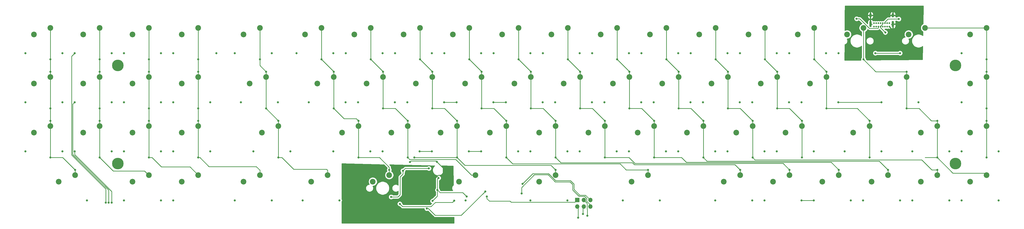
<source format=gbr>
G04 #@! TF.GenerationSoftware,KiCad,Pcbnew,(5.1.12)-1*
G04 #@! TF.CreationDate,2021-12-22T13:58:05-08:00*
G04 #@! TF.ProjectId,logboi,6c6f6762-6f69-42e6-9b69-6361645f7063,rev?*
G04 #@! TF.SameCoordinates,Original*
G04 #@! TF.FileFunction,Copper,L1,Top*
G04 #@! TF.FilePolarity,Positive*
%FSLAX46Y46*%
G04 Gerber Fmt 4.6, Leading zero omitted, Abs format (unit mm)*
G04 Created by KiCad (PCBNEW (5.1.12)-1) date 2021-12-22 13:58:05*
%MOMM*%
%LPD*%
G01*
G04 APERTURE LIST*
G04 #@! TA.AperFunction,ComponentPad*
%ADD10C,2.200000*%
G04 #@! TD*
G04 #@! TA.AperFunction,ComponentPad*
%ADD11C,4.500000*%
G04 #@! TD*
G04 #@! TA.AperFunction,ComponentPad*
%ADD12C,0.650000*%
G04 #@! TD*
G04 #@! TA.AperFunction,ComponentPad*
%ADD13O,0.900000X2.400000*%
G04 #@! TD*
G04 #@! TA.AperFunction,ComponentPad*
%ADD14O,0.900000X1.700000*%
G04 #@! TD*
G04 #@! TA.AperFunction,ComponentPad*
%ADD15O,1.700000X1.700000*%
G04 #@! TD*
G04 #@! TA.AperFunction,ComponentPad*
%ADD16R,1.700000X1.700000*%
G04 #@! TD*
G04 #@! TA.AperFunction,ViaPad*
%ADD17C,0.800000*%
G04 #@! TD*
G04 #@! TA.AperFunction,Conductor*
%ADD18C,0.250000*%
G04 #@! TD*
G04 #@! TA.AperFunction,Conductor*
%ADD19C,0.254000*%
G04 #@! TD*
G04 #@! TA.AperFunction,Conductor*
%ADD20C,0.100000*%
G04 #@! TD*
G04 APERTURE END LIST*
D10*
X102436250Y-84455000D03*
X108786250Y-81915000D03*
X109580000Y-65405000D03*
X115930000Y-62865000D03*
X104817500Y-46355000D03*
X111167500Y-43815000D03*
X102436250Y-27305000D03*
X108786250Y-24765000D03*
X364373750Y-65405000D03*
X370723750Y-62865000D03*
X338180000Y-65405000D03*
X344530000Y-62865000D03*
X352467500Y-46355000D03*
X358817500Y-43815000D03*
X252455000Y-84455000D03*
X258805000Y-81915000D03*
X359611250Y-27305000D03*
X365961250Y-24765000D03*
D11*
X377708750Y-77470000D03*
X53858750Y-39370000D03*
X53858750Y-77470000D03*
X377708750Y-39370000D03*
D10*
X283411250Y-46355000D03*
X289761250Y-43815000D03*
D12*
X347909550Y-24286400D03*
X346209550Y-24286400D03*
X347059550Y-24286400D03*
X348759550Y-24286400D03*
X349609550Y-24286400D03*
X350459550Y-24286400D03*
X351309550Y-24286400D03*
X352159550Y-24286400D03*
X346209550Y-22961400D03*
X347064550Y-22961400D03*
X347914550Y-22961400D03*
X348764550Y-22961400D03*
X349614550Y-22961400D03*
X350464550Y-22961400D03*
X351314550Y-22961400D03*
X352164550Y-22961400D03*
D13*
X344859550Y-23306400D03*
X353509550Y-23306400D03*
D14*
X344859550Y-19926400D03*
X353509550Y-19926400D03*
D10*
X128630000Y-84455000D03*
X134980000Y-81915000D03*
X221498750Y-27305000D03*
X227848750Y-24765000D03*
X216736250Y-84455000D03*
X223086250Y-81915000D03*
X185780000Y-84455000D03*
X192130000Y-81915000D03*
X383423750Y-84455000D03*
X389773750Y-81915000D03*
X383423750Y-65405000D03*
X389773750Y-62865000D03*
X383423750Y-46355000D03*
X389773750Y-43815000D03*
X383423750Y-27305000D03*
X389773750Y-24765000D03*
X21473750Y-27305000D03*
X27823750Y-24765000D03*
X40523750Y-27305000D03*
X46873750Y-24765000D03*
X59573750Y-27305000D03*
X65923750Y-24765000D03*
X78623750Y-27305000D03*
X84973750Y-24765000D03*
X126248750Y-27305000D03*
X132598750Y-24765000D03*
X145298750Y-27305000D03*
X151648750Y-24765000D03*
X164348750Y-27305000D03*
X170698750Y-24765000D03*
X183398750Y-27305000D03*
X189748750Y-24765000D03*
X202448750Y-27305000D03*
X208798750Y-24765000D03*
X240548750Y-27305000D03*
X246898750Y-24765000D03*
X259598750Y-27305000D03*
X265948750Y-24765000D03*
X278648750Y-27305000D03*
X284998750Y-24765000D03*
X297698750Y-27305000D03*
X304048750Y-24765000D03*
X316748750Y-27305000D03*
X323098750Y-24765000D03*
X335798750Y-27305000D03*
X342148750Y-24765000D03*
X21473750Y-46355000D03*
X27823750Y-43815000D03*
X40523750Y-46355000D03*
X46873750Y-43815000D03*
X59573750Y-46355000D03*
X65923750Y-43815000D03*
X78623750Y-46355000D03*
X84973750Y-43815000D03*
X131011250Y-46355000D03*
X137361250Y-43815000D03*
X150061250Y-46355000D03*
X156411250Y-43815000D03*
X169111250Y-46355000D03*
X175461250Y-43815000D03*
X188161250Y-46355000D03*
X194511250Y-43815000D03*
X207211250Y-46355000D03*
X213561250Y-43815000D03*
X226261250Y-46355000D03*
X232611250Y-43815000D03*
X245311250Y-46355000D03*
X251661250Y-43815000D03*
X264361250Y-46355000D03*
X270711250Y-43815000D03*
X302461250Y-46355000D03*
X308811250Y-43815000D03*
X321511250Y-46355000D03*
X327861250Y-43815000D03*
X21473750Y-65405000D03*
X27823750Y-62865000D03*
X40523750Y-65405000D03*
X46873750Y-62865000D03*
X59573750Y-65405000D03*
X65923750Y-62865000D03*
X78623750Y-65405000D03*
X84973750Y-62865000D03*
X140536250Y-65405000D03*
X146886250Y-62865000D03*
X159586250Y-65405000D03*
X165936250Y-62865000D03*
X178636250Y-65405000D03*
X184986250Y-62865000D03*
X197686250Y-65405000D03*
X204036250Y-62865000D03*
X216736250Y-65405000D03*
X223086250Y-62865000D03*
X235786250Y-65405000D03*
X242136250Y-62865000D03*
X254836250Y-65405000D03*
X261186250Y-62865000D03*
X273886250Y-65405000D03*
X280236250Y-62865000D03*
X292936250Y-65405000D03*
X299286250Y-62865000D03*
X311986250Y-65405000D03*
X318336250Y-62865000D03*
X30998750Y-84455000D03*
X37348750Y-81915000D03*
X59573750Y-84455000D03*
X65923750Y-81915000D03*
X78623750Y-84455000D03*
X84973750Y-81915000D03*
X152442500Y-84455000D03*
X158792500Y-81915000D03*
X288173750Y-84455000D03*
X294523750Y-81915000D03*
X307223750Y-84455000D03*
X313573750Y-81915000D03*
X326273750Y-84455000D03*
X332623750Y-81915000D03*
X345323750Y-84455000D03*
X351673750Y-81915000D03*
X364373750Y-84455000D03*
X370723750Y-81915000D03*
D15*
X236541900Y-94132400D03*
X236541900Y-91592400D03*
X234001900Y-94132400D03*
X234001900Y-91592400D03*
X231461900Y-94132400D03*
D16*
X231461900Y-91592400D03*
D17*
X155839040Y-96097210D03*
X155839040Y-92363410D03*
X180707250Y-85376800D03*
X179622450Y-82372200D03*
X166820850Y-76835000D03*
X177251426Y-76818424D03*
X166255450Y-91751400D03*
X172358050Y-92710000D03*
X210297300Y-85363000D03*
X177437260Y-87718800D03*
X174122850Y-79337400D03*
X177843950Y-83058500D03*
X188778460Y-90271600D03*
X164077650Y-80238600D03*
X196562300Y-90271600D03*
X175531100Y-91948000D03*
X159531050Y-90398600D03*
X195908250Y-88265000D03*
X173323250Y-94919800D03*
X209962900Y-89063000D03*
X346748750Y-34595000D03*
X332468750Y-34595000D03*
X327698750Y-34595000D03*
X313418750Y-34595000D03*
X308648750Y-34595000D03*
X294368750Y-34595000D03*
X289598750Y-34595000D03*
X275318750Y-34595000D03*
X270548750Y-34595000D03*
X256268750Y-34595000D03*
X251498750Y-34595000D03*
X237218750Y-34595000D03*
X232448750Y-34595000D03*
X218168750Y-34595000D03*
X213398750Y-34595000D03*
X199118750Y-34595000D03*
X194348750Y-34595000D03*
X180068750Y-34595000D03*
X175298750Y-34595000D03*
X161018750Y-34595000D03*
X156248750Y-34595000D03*
X141968750Y-34595000D03*
X137198750Y-34595000D03*
X122918750Y-34595000D03*
X113386250Y-34595000D03*
X99106250Y-34595000D03*
X91955000Y-34595000D03*
X75293750Y-34595000D03*
X70523750Y-34595000D03*
X56243750Y-34595000D03*
X51473750Y-34595000D03*
X37193750Y-34595000D03*
X32423750Y-34595000D03*
X18143750Y-34595000D03*
X49180750Y-92659200D03*
X356281250Y-34595000D03*
X363417500Y-53645000D03*
X349133750Y-53657500D03*
X332461250Y-53645000D03*
X318181250Y-53645000D03*
X313411250Y-53645000D03*
X299131250Y-53645000D03*
X294361250Y-53645000D03*
X280081250Y-53645000D03*
X275311250Y-53645000D03*
X261031250Y-53645000D03*
X256261250Y-53645000D03*
X241981250Y-53645000D03*
X237211250Y-53645000D03*
X222931250Y-53645000D03*
X218161250Y-53645000D03*
X203881250Y-53645000D03*
X199111250Y-53645000D03*
X184831250Y-53645000D03*
X180061250Y-53645000D03*
X165781250Y-53645000D03*
X161011250Y-53645000D03*
X146731250Y-53645000D03*
X141961250Y-53645000D03*
X127681250Y-53645000D03*
X115767500Y-53645000D03*
X101487500Y-53645000D03*
X89573750Y-53645000D03*
X75293750Y-53645000D03*
X70523750Y-53645000D03*
X56243750Y-53645000D03*
X51473750Y-53645000D03*
X37193750Y-53645000D03*
X32423750Y-53645000D03*
X18143750Y-53645000D03*
X380093750Y-34595000D03*
X50298350Y-92583000D03*
X120578200Y-72707500D03*
X375323750Y-72695000D03*
X361043750Y-72695000D03*
X349130000Y-72695000D03*
X334850000Y-72695000D03*
X322936250Y-72695000D03*
X308656250Y-72695000D03*
X303886250Y-72695000D03*
X289606250Y-72695000D03*
X284836250Y-72695000D03*
X270556250Y-72695000D03*
X265786250Y-72695000D03*
X251506250Y-72695000D03*
X246736250Y-72695000D03*
X232456250Y-72695000D03*
X227686250Y-72695000D03*
X213406250Y-72695000D03*
X208636250Y-72695000D03*
X194356250Y-72695000D03*
X189586250Y-72695000D03*
X175306250Y-72695000D03*
X170536250Y-72695000D03*
X156256250Y-72695000D03*
X151486250Y-72695000D03*
X137206250Y-72695000D03*
X106250000Y-72695000D03*
X89618200Y-72695000D03*
X75293750Y-72695000D03*
X70523750Y-72695000D03*
X56243750Y-72695000D03*
X51473750Y-72695000D03*
X37193750Y-72695000D03*
X32423750Y-72695000D03*
X18143750Y-72695000D03*
X380093750Y-53645000D03*
X51492150Y-92608400D03*
X188309250Y-91745000D03*
X375323750Y-91745000D03*
X361043750Y-91745000D03*
X356273750Y-91745000D03*
X341993750Y-91745000D03*
X337223750Y-91745000D03*
X322943750Y-91745000D03*
X318173750Y-91745000D03*
X303893750Y-91745000D03*
X299123750Y-91745000D03*
X284843750Y-91745000D03*
X263405000Y-91745000D03*
X249125000Y-91745000D03*
X227686250Y-91745000D03*
X213406250Y-91745000D03*
X139580000Y-91745000D03*
X125300000Y-91745000D03*
X113386250Y-91745000D03*
X99106250Y-91745000D03*
X75293750Y-91745000D03*
X70523750Y-91745000D03*
X56243750Y-91745000D03*
X41948750Y-91745000D03*
X394373750Y-91745000D03*
X380093750Y-91745000D03*
X394373750Y-72695000D03*
X380093750Y-72695000D03*
X162883850Y-93091000D03*
X183915050Y-91897200D03*
X37348750Y-79885000D03*
X27823750Y-75105000D03*
X27823750Y-60835000D03*
X27823750Y-56055000D03*
X27823750Y-41785000D03*
X27823750Y-37005000D03*
X46873750Y-75105000D03*
X46873750Y-60835000D03*
X46873750Y-56055000D03*
X46873750Y-41785000D03*
X46873750Y-37005000D03*
X46873750Y-75105000D03*
X46873750Y-75105000D03*
X65923750Y-75105000D03*
X65923750Y-60835000D03*
X65923750Y-56055000D03*
X65923750Y-41785000D03*
X65923750Y-37005000D03*
X84973750Y-75105000D03*
X84973750Y-60835000D03*
X84973750Y-56055000D03*
X84973750Y-41785000D03*
X84973750Y-37005000D03*
X115930000Y-75105000D03*
X115930000Y-60835000D03*
X111167500Y-56055000D03*
X111167500Y-41785000D03*
X108786250Y-37005000D03*
X158792500Y-79885000D03*
X146886250Y-75105000D03*
X146886250Y-60835000D03*
X137361250Y-56055000D03*
X137361250Y-41785000D03*
X132598750Y-37005000D03*
X165936250Y-75105000D03*
X165936250Y-60835000D03*
X156411250Y-56055000D03*
X156411250Y-41785000D03*
X151648750Y-37005000D03*
X223086250Y-79885000D03*
X184986250Y-75105000D03*
X184986250Y-60835000D03*
X175461250Y-56055000D03*
X175461250Y-41785000D03*
X170698750Y-37005000D03*
X168535350Y-75069700D03*
X258805000Y-79885000D03*
X204036250Y-75105000D03*
X204036250Y-60835000D03*
X194511250Y-56055000D03*
X194511250Y-41785000D03*
X189748750Y-37005000D03*
X294523750Y-79885000D03*
X223086250Y-75105000D03*
X223086250Y-60835000D03*
X213561250Y-56055000D03*
X213561250Y-41785000D03*
X208798750Y-37005000D03*
X313573750Y-79885000D03*
X242136250Y-75105000D03*
X242136250Y-60835000D03*
X232611250Y-56055000D03*
X232611250Y-41785000D03*
X227848750Y-37005000D03*
X261186250Y-75105000D03*
X332623750Y-79885000D03*
X261186250Y-60835000D03*
X251661250Y-56055000D03*
X251661250Y-41785000D03*
X246898750Y-37005000D03*
X351673750Y-79885000D03*
X280236250Y-75105000D03*
X280236250Y-60835000D03*
X270711250Y-56055000D03*
X270711250Y-41785000D03*
X265948750Y-37005000D03*
X370723750Y-79885000D03*
X299286250Y-75105000D03*
X299286250Y-60835000D03*
X289761250Y-56055000D03*
X289761250Y-41785000D03*
X284998750Y-37005000D03*
X318336250Y-75105000D03*
X318336250Y-60835000D03*
X308811250Y-56055000D03*
X308811250Y-41785000D03*
X304048750Y-37005000D03*
X344530000Y-75105000D03*
X344530000Y-60835000D03*
X327861250Y-56055000D03*
X327861250Y-41785000D03*
X323098750Y-37005000D03*
X233660101Y-97014199D03*
X358817500Y-41785000D03*
X370723750Y-60835000D03*
X358817500Y-56055000D03*
X342148750Y-37005000D03*
X370711050Y-75133200D03*
X235373500Y-97739200D03*
X389773750Y-37005000D03*
X389773750Y-41785000D03*
X389773750Y-56055000D03*
X389773750Y-60835000D03*
X389773750Y-75105000D03*
X231868300Y-98501200D03*
X355769140Y-21336000D03*
X350589850Y-26543000D03*
X339481750Y-21234400D03*
D18*
X155839040Y-92363410D02*
X155839040Y-92363410D01*
X155839040Y-93310590D02*
X155839040Y-92363410D01*
X155839040Y-96097210D02*
X155839040Y-93310590D01*
X180707250Y-85376800D02*
X180707250Y-83457000D01*
X180707250Y-83457000D02*
X179622450Y-82372200D01*
X179622450Y-82372200D02*
X179622450Y-82372200D01*
X179622450Y-79189448D02*
X177251426Y-76818424D01*
X179622450Y-82372200D02*
X179622450Y-79189448D01*
X176887002Y-76454000D02*
X167176450Y-76454000D01*
X167176450Y-76454000D02*
X167176450Y-76479400D01*
X167176450Y-76479400D02*
X166820850Y-76835000D01*
X166820850Y-76835000D02*
X166820850Y-76835000D01*
X177251426Y-76818424D02*
X176887002Y-76454000D01*
X177857247Y-81972201D02*
X175075850Y-84753598D01*
X179222451Y-81972201D02*
X177857247Y-81972201D01*
X179622450Y-82372200D02*
X179222451Y-81972201D01*
X175075850Y-91059000D02*
X174383450Y-91751400D01*
X175075850Y-84753598D02*
X175075850Y-91059000D01*
X173316650Y-91751400D02*
X172358050Y-92710000D01*
X174383450Y-91751400D02*
X173316650Y-91751400D01*
X167214050Y-92710000D02*
X166255450Y-91751400D01*
X172358050Y-92710000D02*
X167214050Y-92710000D01*
X234663589Y-89714089D02*
X236541900Y-91592400D01*
X232428389Y-89714089D02*
X234663589Y-89714089D01*
X230190611Y-87476311D02*
X232428389Y-89714089D01*
X230190611Y-85405699D02*
X230190611Y-87476311D01*
X228881539Y-84096627D02*
X230190611Y-85405699D01*
X223158874Y-84096626D02*
X228881539Y-84096627D01*
X220438300Y-81376052D02*
X223158874Y-84096626D01*
X214284248Y-81376052D02*
X220438300Y-81376052D01*
X210297300Y-85363000D02*
X214284248Y-81376052D01*
X177983650Y-83198200D02*
X178034450Y-83198200D01*
X177843950Y-83058500D02*
X177983650Y-83198200D01*
X159531050Y-90398600D02*
X159531050Y-90398600D01*
X177437260Y-83465190D02*
X177843950Y-83058500D01*
X177437260Y-87718800D02*
X177437260Y-83465190D01*
X178409255Y-88690795D02*
X177964755Y-88246295D01*
X187197655Y-88690795D02*
X178409255Y-88690795D01*
X188778460Y-90271600D02*
X187197655Y-88690795D01*
X177964755Y-88246295D02*
X177437260Y-87718800D01*
X164978850Y-79337400D02*
X164077650Y-80238600D01*
X174122850Y-79337400D02*
X164978850Y-79337400D01*
X164077650Y-81559400D02*
X164077650Y-80238600D01*
X162998150Y-82638900D02*
X164077650Y-81559400D01*
X162998150Y-89573100D02*
X162998150Y-82638900D01*
X162172650Y-90398600D02*
X162998150Y-89573100D01*
X159531050Y-90398600D02*
X162172650Y-90398600D01*
X177437260Y-90041840D02*
X175531100Y-91948000D01*
X177437260Y-87718800D02*
X177437260Y-90041840D01*
X196562300Y-91084400D02*
X197527500Y-92049600D01*
X196562300Y-90271600D02*
X196562300Y-91084400D01*
X197527500Y-92049600D02*
X205503100Y-92049600D01*
X230584299Y-92470001D02*
X231461900Y-91592400D01*
X205923501Y-92470001D02*
X230584299Y-92470001D01*
X205503100Y-92049600D02*
X205923501Y-92470001D01*
X176573999Y-97560001D02*
X173933798Y-94919800D01*
X186613249Y-97560001D02*
X176573999Y-97560001D01*
X173933798Y-94919800D02*
X173323250Y-94919800D01*
X195908250Y-88265000D02*
X186613249Y-97560001D01*
X236541900Y-93495990D02*
X236541900Y-94132400D01*
X232167199Y-90164099D02*
X234312601Y-90164099D01*
X235176901Y-91028399D02*
X235176901Y-92130991D01*
X229740601Y-87737501D02*
X232167199Y-90164099D01*
X229740601Y-85592099D02*
X229740601Y-87737501D01*
X235176901Y-92130991D02*
X236541900Y-93495990D01*
X222972474Y-84546636D02*
X228695138Y-84546636D01*
X214907240Y-81826062D02*
X220251900Y-81826062D01*
X234312601Y-90164099D02*
X235176901Y-91028399D01*
X228695138Y-84546636D02*
X229740601Y-85592099D01*
X220251900Y-81826062D02*
X222972474Y-84546636D01*
X209962900Y-86770402D02*
X214907240Y-81826062D01*
X209962900Y-89063000D02*
X209962900Y-86770402D01*
X36018739Y-35770011D02*
X37193750Y-34595000D01*
X36018739Y-74089809D02*
X36018739Y-35770011D01*
X49180750Y-87251820D02*
X36018739Y-74089809D01*
X49180750Y-92659200D02*
X49180750Y-87251820D01*
X351518750Y-34595000D02*
X346748750Y-34595000D01*
X351518750Y-34595000D02*
X356281250Y-34595000D01*
X199111250Y-53645000D02*
X203881250Y-53645000D01*
X36468749Y-54370001D02*
X37193750Y-53645000D01*
X36468749Y-73903409D02*
X36468749Y-54370001D01*
X50298350Y-87733010D02*
X36468749Y-73903409D01*
X50298350Y-92583000D02*
X50298350Y-87733010D01*
X180061250Y-53645000D02*
X184831250Y-53645000D01*
X332461250Y-53645000D02*
X344375000Y-53645000D01*
X349133750Y-53657500D02*
X344371250Y-53657500D01*
X170536250Y-72695000D02*
X175306250Y-72695000D01*
X189586250Y-72695000D02*
X194356250Y-72695000D01*
X37193750Y-73992000D02*
X37193750Y-72695000D01*
X51492150Y-92608400D02*
X51492150Y-88290400D01*
X51492150Y-88290400D02*
X37193750Y-73992000D01*
X318173750Y-91745000D02*
X322943750Y-91745000D01*
X183915050Y-91897200D02*
X183915050Y-91897200D01*
X163976050Y-94183200D02*
X162883850Y-93091000D01*
X174974250Y-94183200D02*
X163976050Y-94183200D01*
X176612550Y-92544900D02*
X174974250Y-94183200D01*
X183267350Y-92544900D02*
X176612550Y-92544900D01*
X183915050Y-91897200D02*
X183267350Y-92544900D01*
X234052700Y-94183200D02*
X234001900Y-94132400D01*
X37348750Y-79885000D02*
X37348750Y-81915000D01*
X32568750Y-75105000D02*
X37348750Y-79885000D01*
X27823750Y-75105000D02*
X32568750Y-75105000D01*
X27823750Y-60835000D02*
X27823750Y-75105000D01*
X27823750Y-60835000D02*
X27823750Y-56055000D01*
X27823750Y-56055000D02*
X27823750Y-24765000D01*
X46873750Y-75105000D02*
X46873750Y-60835000D01*
X46873750Y-56055000D02*
X46873750Y-60835000D01*
X46873750Y-24765000D02*
X46873750Y-56055000D01*
X46873750Y-75105000D02*
X52083550Y-80314800D01*
X52083550Y-80314800D02*
X64228300Y-80314800D01*
X65828500Y-81915000D02*
X65923750Y-81915000D01*
X64228300Y-80314800D02*
X65828500Y-81915000D01*
X65923750Y-60835000D02*
X65923750Y-75105000D01*
X65923750Y-24765000D02*
X65923750Y-60835000D01*
X65923750Y-75105000D02*
X67095700Y-75105000D01*
X70733875Y-78743175D02*
X81801925Y-78743175D01*
X67095700Y-75105000D02*
X70733875Y-78743175D01*
X81801925Y-78743175D02*
X84973750Y-81915000D01*
X84973750Y-60835000D02*
X84973750Y-75105000D01*
X84973750Y-60835000D02*
X84973750Y-56055000D01*
X84973750Y-24765000D02*
X84973750Y-56055000D01*
X108786250Y-81915000D02*
X108786250Y-80040248D01*
X84973750Y-75105000D02*
X85586900Y-75105000D01*
X89106849Y-78624949D02*
X107370951Y-78624949D01*
X85586900Y-75105000D02*
X89106849Y-78624949D01*
X108786250Y-80040248D02*
X107370951Y-78624949D01*
X115930000Y-75105000D02*
X115930000Y-60835000D01*
X111167500Y-56072500D02*
X111167500Y-56055000D01*
X115930000Y-60835000D02*
X111167500Y-56072500D01*
X111167500Y-56055000D02*
X111167500Y-41785000D01*
X108786250Y-39403750D02*
X111167500Y-41785000D01*
X108786250Y-37005000D02*
X108786250Y-39403750D01*
X108786250Y-30746002D02*
X108786250Y-37005000D01*
X108786250Y-24765000D02*
X108786250Y-30746002D01*
X134980000Y-80052748D02*
X134980000Y-81915000D01*
X121835500Y-79654400D02*
X134581652Y-79654400D01*
X117286100Y-75105000D02*
X121835500Y-79654400D01*
X134581652Y-79654400D02*
X134980000Y-80052748D01*
X115930000Y-75105000D02*
X117286100Y-75105000D01*
X158792500Y-79885000D02*
X158792500Y-81915000D01*
X132598750Y-24765000D02*
X132598750Y-37005000D01*
X137361250Y-41767500D02*
X137361250Y-41785000D01*
X132598750Y-37005000D02*
X137361250Y-41767500D01*
X137361250Y-48094002D02*
X137361250Y-56055000D01*
X137361250Y-41785000D02*
X137361250Y-48094002D01*
X137361250Y-56055000D02*
X141319250Y-60013000D01*
X146064250Y-60013000D02*
X146886250Y-60835000D01*
X141319250Y-60013000D02*
X146064250Y-60013000D01*
X158792500Y-79885000D02*
X158792500Y-78865050D01*
X155032450Y-75105000D02*
X146886250Y-75105000D01*
X158792500Y-78865050D02*
X155032450Y-75105000D01*
X146886250Y-60835000D02*
X146886250Y-75105000D01*
X151648750Y-30746002D02*
X151648750Y-37005000D01*
X151648750Y-24765000D02*
X151648750Y-30746002D01*
X156411250Y-41767500D02*
X156411250Y-41785000D01*
X151648750Y-37005000D02*
X156411250Y-41767500D01*
X156411250Y-56055000D02*
X156411250Y-41785000D01*
X161156250Y-56055000D02*
X165936250Y-60835000D01*
X156411250Y-56055000D02*
X161156250Y-56055000D01*
X165936250Y-60835000D02*
X165936250Y-75105000D01*
X190574366Y-81915000D02*
X192130000Y-81915000D01*
X184489367Y-75830001D02*
X190574366Y-81915000D01*
X166661251Y-75830001D02*
X184489367Y-75830001D01*
X165936250Y-75105000D02*
X166661251Y-75830001D01*
X223086250Y-81915000D02*
X223086250Y-79885000D01*
X177105050Y-75105000D02*
X184986250Y-75105000D01*
X184986250Y-60835000D02*
X184986250Y-75105000D01*
X221346249Y-78144999D02*
X223086250Y-79885000D01*
X188026249Y-78144999D02*
X221346249Y-78144999D01*
X184986250Y-75105000D02*
X188026249Y-78144999D01*
X175461250Y-41785000D02*
X175461250Y-56055000D01*
X170698750Y-24765000D02*
X170698750Y-37005000D01*
X175461250Y-41767500D02*
X175461250Y-41785000D01*
X170698750Y-37005000D02*
X175461250Y-41767500D01*
X168570650Y-75105000D02*
X168535350Y-75069700D01*
X177105050Y-75105000D02*
X168570650Y-75105000D01*
X180206250Y-56055000D02*
X184986250Y-60835000D01*
X175461250Y-56055000D02*
X180206250Y-56055000D01*
X258805000Y-81915000D02*
X258805000Y-79885000D01*
X204036250Y-75105000D02*
X204036250Y-60835000D01*
X189748750Y-24765000D02*
X189748750Y-37005000D01*
X194511250Y-41767500D02*
X194511250Y-41785000D01*
X189748750Y-37005000D02*
X194511250Y-41767500D01*
X194511250Y-41785000D02*
X194511250Y-56055000D01*
X199256250Y-56055000D02*
X204036250Y-60835000D01*
X194511250Y-56055000D02*
X199256250Y-56055000D01*
X250405930Y-79885000D02*
X258805000Y-79885000D01*
X248110740Y-77589810D02*
X250405930Y-79885000D01*
X206521060Y-77589810D02*
X248110740Y-77589810D01*
X204036250Y-75105000D02*
X206521060Y-77589810D01*
X294523750Y-79885000D02*
X294523750Y-81915000D01*
X223086250Y-60835000D02*
X223086250Y-75105000D01*
X208798750Y-24765000D02*
X208798750Y-37005000D01*
X213561250Y-41767500D02*
X213561250Y-41785000D01*
X208798750Y-37005000D02*
X213561250Y-41767500D01*
X213561250Y-41785000D02*
X213561250Y-56055000D01*
X218306250Y-56055000D02*
X223086250Y-60835000D01*
X213561250Y-56055000D02*
X218306250Y-56055000D01*
X292489980Y-77851230D02*
X294523750Y-79885000D01*
X252851500Y-77139800D02*
X253562930Y-77851230D01*
X225121050Y-77139800D02*
X252851500Y-77139800D01*
X223086250Y-75105000D02*
X225121050Y-77139800D01*
X292489980Y-77851230D02*
X287335320Y-77851230D01*
X287335320Y-77851230D02*
X287727480Y-77851230D01*
X253562930Y-77851230D02*
X287335320Y-77851230D01*
X313573750Y-79885000D02*
X313573750Y-81915000D01*
X242136250Y-75105000D02*
X242136250Y-60835000D01*
X227848750Y-24765000D02*
X227848750Y-37005000D01*
X232611250Y-41767500D02*
X232611250Y-41785000D01*
X227848750Y-37005000D02*
X232611250Y-41767500D01*
X232611250Y-41785000D02*
X232611250Y-56055000D01*
X237356250Y-56055000D02*
X242136250Y-60835000D01*
X232611250Y-56055000D02*
X237356250Y-56055000D01*
X311239125Y-77550375D02*
X313573750Y-79885000D01*
X311089970Y-77401220D02*
X311239125Y-77550375D01*
X253749330Y-77401220D02*
X311089970Y-77401220D01*
X251453110Y-75105000D02*
X253749330Y-77401220D01*
X242136250Y-75105000D02*
X251453110Y-75105000D01*
X332623750Y-81915000D02*
X332623750Y-79885000D01*
X261186250Y-75105000D02*
X261186250Y-60835000D01*
X246898750Y-24765000D02*
X246898750Y-37005000D01*
X251661250Y-41767500D02*
X251661250Y-41785000D01*
X246898750Y-37005000D02*
X251661250Y-41767500D01*
X251661250Y-41785000D02*
X251661250Y-56055000D01*
X256406250Y-56055000D02*
X261186250Y-60835000D01*
X251661250Y-56055000D02*
X256406250Y-56055000D01*
X329689960Y-76951210D02*
X332623750Y-79885000D01*
X273655740Y-76951210D02*
X329689960Y-76951210D01*
X271809530Y-75105000D02*
X273655740Y-76951210D01*
X261186250Y-75105000D02*
X271809530Y-75105000D01*
X351673750Y-81915000D02*
X351673750Y-79885000D01*
X280236250Y-60835000D02*
X280236250Y-75105000D01*
X265948750Y-29044002D02*
X265948750Y-37005000D01*
X265948750Y-24765000D02*
X265948750Y-29044002D01*
X270711250Y-41767500D02*
X270711250Y-41785000D01*
X265948750Y-37005000D02*
X270711250Y-41767500D01*
X270711250Y-41785000D02*
X270711250Y-56055000D01*
X275456250Y-56055000D02*
X280236250Y-60835000D01*
X270711250Y-56055000D02*
X275456250Y-56055000D01*
X280236250Y-75105000D02*
X281632450Y-76501200D01*
X343999350Y-76501200D02*
X343084950Y-76501200D01*
X348289950Y-76501200D02*
X343999350Y-76501200D01*
X351673750Y-79885000D02*
X348289950Y-76501200D01*
X343084950Y-76501200D02*
X343527450Y-76501200D01*
X281632450Y-76501200D02*
X343084950Y-76501200D01*
X370723750Y-81915000D02*
X370723750Y-79885000D01*
X299286250Y-60835000D02*
X299286250Y-75105000D01*
X284998750Y-24765000D02*
X284998750Y-37005000D01*
X289761250Y-41767500D02*
X289761250Y-41785000D01*
X284998750Y-37005000D02*
X289761250Y-41767500D01*
X289761250Y-41785000D02*
X289761250Y-56055000D01*
X294506250Y-56055000D02*
X299286250Y-60835000D01*
X289761250Y-56055000D02*
X294506250Y-56055000D01*
X368562450Y-79885000D02*
X370723750Y-79885000D01*
X300187150Y-76005900D02*
X364683350Y-76005900D01*
X364683350Y-76005900D02*
X368562450Y-79885000D01*
X299286250Y-75105000D02*
X300187150Y-76005900D01*
X318336250Y-60835000D02*
X318336250Y-75105000D01*
X308811250Y-56055000D02*
X308811250Y-41785000D01*
X304048750Y-37022500D02*
X304048750Y-37005000D01*
X304048750Y-37022500D02*
X304490050Y-37463800D01*
X304048750Y-24765000D02*
X304048750Y-37022500D01*
X308811250Y-41785000D02*
X304490050Y-37463800D01*
X313556250Y-56055000D02*
X318336250Y-60835000D01*
X308811250Y-56055000D02*
X313556250Y-56055000D01*
X327861250Y-41785000D02*
X327861250Y-56055000D01*
X323098750Y-37022500D02*
X323098750Y-37005000D01*
X327861250Y-41785000D02*
X323098750Y-37022500D01*
X323098750Y-37005000D02*
X323098750Y-24765000D01*
X339750000Y-56055000D02*
X344530000Y-60835000D01*
X327861250Y-56055000D02*
X334862500Y-56055000D01*
X334862500Y-56055000D02*
X339750000Y-56055000D01*
X334862500Y-56055000D02*
X334987500Y-56055000D01*
X344530000Y-60835000D02*
X344530000Y-62865000D01*
X344530000Y-62865000D02*
X344530000Y-75105000D01*
X233660101Y-94474199D02*
X234001900Y-94132400D01*
X233660101Y-97014199D02*
X233660101Y-94474199D01*
X358817500Y-56055000D02*
X358817500Y-41785000D01*
X346928750Y-41785000D02*
X342148750Y-37005000D01*
X358817500Y-41785000D02*
X351691250Y-41785000D01*
X342148750Y-37005000D02*
X342148750Y-24765000D01*
X346928750Y-41785000D02*
X351691250Y-41785000D01*
X370711050Y-75133200D02*
X365948550Y-75133200D01*
X376730850Y-81153000D02*
X370711050Y-75133200D01*
X389011750Y-81153000D02*
X376730850Y-81153000D01*
X389773750Y-81915000D02*
X389011750Y-81153000D01*
X368436498Y-60835000D02*
X370723750Y-60835000D01*
X363656498Y-56055000D02*
X368436498Y-60835000D01*
X358817500Y-56055000D02*
X363656498Y-56055000D01*
X370723750Y-75120500D02*
X370711050Y-75133200D01*
X370723750Y-60835000D02*
X370723750Y-75120500D01*
X235322700Y-92913200D02*
X234001900Y-91592400D01*
X235373500Y-97739200D02*
X235322700Y-92913200D01*
X389773750Y-24765000D02*
X389773750Y-43815000D01*
X389773750Y-43815000D02*
X389773750Y-75105000D01*
X389773750Y-24765000D02*
X370723750Y-24765000D01*
X370723750Y-24765000D02*
X365961250Y-24765000D01*
X231868300Y-94538800D02*
X231461900Y-94132400D01*
X231868300Y-98501200D02*
X231868300Y-94538800D01*
X351630331Y-21336000D02*
X352723450Y-21336000D01*
X350464550Y-22501781D02*
X351630331Y-21336000D01*
X350464550Y-22961400D02*
X350464550Y-22501781D01*
X355769140Y-21336000D02*
X352723450Y-21336000D01*
X348959549Y-23974399D02*
X349614550Y-23319398D01*
X348959549Y-24185501D02*
X348959549Y-23974399D01*
X349614550Y-23319398D02*
X349614550Y-22961400D01*
X348858650Y-24286400D02*
X348959549Y-24185501D01*
X348759550Y-24286400D02*
X348858650Y-24286400D01*
X348759550Y-24712700D02*
X350589850Y-26543000D01*
X348759550Y-24286400D02*
X348759550Y-24712700D01*
X340727152Y-21234400D02*
X339481750Y-21234400D01*
X344429153Y-24936401D02*
X340727152Y-21234400D01*
X347719168Y-24936401D02*
X344429153Y-24936401D01*
X347909550Y-24746019D02*
X347719168Y-24936401D01*
X347909550Y-24286400D02*
X347909550Y-24746019D01*
D19*
X365167901Y-23215665D02*
X365139419Y-23227463D01*
X364855252Y-23417337D01*
X364613587Y-23659002D01*
X364423713Y-23943169D01*
X364292925Y-24258919D01*
X364226250Y-24594117D01*
X364226250Y-24935883D01*
X364292925Y-25271081D01*
X364423713Y-25586831D01*
X364613587Y-25870998D01*
X364855252Y-26112663D01*
X365112692Y-26284679D01*
X365085648Y-27788028D01*
X364669391Y-27509893D01*
X364189851Y-27311261D01*
X363680775Y-27210000D01*
X363161725Y-27210000D01*
X362652649Y-27311261D01*
X362173109Y-27509893D01*
X361741535Y-27798262D01*
X361374512Y-28165285D01*
X361086143Y-28596859D01*
X360887511Y-29076399D01*
X360786250Y-29585475D01*
X360786250Y-30104525D01*
X360887511Y-30613601D01*
X361086143Y-31093141D01*
X361374512Y-31524715D01*
X361741535Y-31891738D01*
X362173109Y-32180107D01*
X362652649Y-32378739D01*
X363161725Y-32480000D01*
X363680775Y-32480000D01*
X364189851Y-32378739D01*
X364669391Y-32180107D01*
X365010742Y-31952023D01*
X364917946Y-37110441D01*
X343508550Y-37289999D01*
X343183750Y-36965199D01*
X343183750Y-36903061D01*
X343143976Y-36703102D01*
X343065955Y-36514744D01*
X342952687Y-36345226D01*
X342908750Y-36301289D01*
X342908750Y-34493061D01*
X345713750Y-34493061D01*
X345713750Y-34696939D01*
X345753524Y-34896898D01*
X345831545Y-35085256D01*
X345944813Y-35254774D01*
X346088976Y-35398937D01*
X346258494Y-35512205D01*
X346446852Y-35590226D01*
X346646811Y-35630000D01*
X346850689Y-35630000D01*
X347050648Y-35590226D01*
X347239006Y-35512205D01*
X347408524Y-35398937D01*
X347452461Y-35355000D01*
X355577539Y-35355000D01*
X355621476Y-35398937D01*
X355790994Y-35512205D01*
X355979352Y-35590226D01*
X356179311Y-35630000D01*
X356383189Y-35630000D01*
X356583148Y-35590226D01*
X356771506Y-35512205D01*
X356941024Y-35398937D01*
X357085187Y-35254774D01*
X357198455Y-35085256D01*
X357276476Y-34896898D01*
X357316250Y-34696939D01*
X357316250Y-34493061D01*
X357276476Y-34293102D01*
X357198455Y-34104744D01*
X357085187Y-33935226D01*
X356941024Y-33791063D01*
X356771506Y-33677795D01*
X356583148Y-33599774D01*
X356383189Y-33560000D01*
X356179311Y-33560000D01*
X355979352Y-33599774D01*
X355790994Y-33677795D01*
X355621476Y-33791063D01*
X355577539Y-33835000D01*
X347452461Y-33835000D01*
X347408524Y-33791063D01*
X347239006Y-33677795D01*
X347050648Y-33599774D01*
X346850689Y-33560000D01*
X346646811Y-33560000D01*
X346446852Y-33599774D01*
X346258494Y-33677795D01*
X346088976Y-33791063D01*
X345944813Y-33935226D01*
X345831545Y-34104744D01*
X345753524Y-34293102D01*
X345713750Y-34493061D01*
X342908750Y-34493061D01*
X342908750Y-29698740D01*
X343203750Y-29698740D01*
X343203750Y-29991260D01*
X343260818Y-30278158D01*
X343372760Y-30548411D01*
X343535275Y-30791632D01*
X343742118Y-30998475D01*
X343985339Y-31160990D01*
X344255592Y-31272932D01*
X344542490Y-31330000D01*
X344835010Y-31330000D01*
X345121908Y-31272932D01*
X345392161Y-31160990D01*
X345635382Y-30998475D01*
X345842225Y-30791632D01*
X346004740Y-30548411D01*
X346116682Y-30278158D01*
X346173750Y-29991260D01*
X346173750Y-29698740D01*
X356856250Y-29698740D01*
X356856250Y-29991260D01*
X356913318Y-30278158D01*
X357025260Y-30548411D01*
X357187775Y-30791632D01*
X357394618Y-30998475D01*
X357637839Y-31160990D01*
X357908092Y-31272932D01*
X358194990Y-31330000D01*
X358487510Y-31330000D01*
X358774408Y-31272932D01*
X359044661Y-31160990D01*
X359287882Y-30998475D01*
X359494725Y-30791632D01*
X359657240Y-30548411D01*
X359769182Y-30278158D01*
X359826250Y-29991260D01*
X359826250Y-29698740D01*
X359769182Y-29411842D01*
X359657240Y-29141589D01*
X359589360Y-29040000D01*
X359782133Y-29040000D01*
X360117331Y-28973325D01*
X360433081Y-28842537D01*
X360717248Y-28652663D01*
X360958913Y-28410998D01*
X361148787Y-28126831D01*
X361279575Y-27811081D01*
X361346250Y-27475883D01*
X361346250Y-27134117D01*
X361279575Y-26798919D01*
X361148787Y-26483169D01*
X360958913Y-26199002D01*
X360717248Y-25957337D01*
X360433081Y-25767463D01*
X360117331Y-25636675D01*
X359782133Y-25570000D01*
X359440367Y-25570000D01*
X359105169Y-25636675D01*
X358789419Y-25767463D01*
X358505252Y-25957337D01*
X358263587Y-26199002D01*
X358073713Y-26483169D01*
X357942925Y-26798919D01*
X357876250Y-27134117D01*
X357876250Y-27475883D01*
X357942925Y-27811081D01*
X358073713Y-28126831D01*
X358229511Y-28360000D01*
X358194990Y-28360000D01*
X357908092Y-28417068D01*
X357637839Y-28529010D01*
X357394618Y-28691525D01*
X357187775Y-28898368D01*
X357025260Y-29141589D01*
X356913318Y-29411842D01*
X356856250Y-29698740D01*
X346173750Y-29698740D01*
X346116682Y-29411842D01*
X346004740Y-29141589D01*
X345842225Y-28898368D01*
X345635382Y-28691525D01*
X345392161Y-28529010D01*
X345121908Y-28417068D01*
X344835010Y-28360000D01*
X344542490Y-28360000D01*
X344255592Y-28417068D01*
X343985339Y-28529010D01*
X343742118Y-28691525D01*
X343535275Y-28898368D01*
X343372760Y-29141589D01*
X343260818Y-29411842D01*
X343203750Y-29698740D01*
X342908750Y-29698740D01*
X342908750Y-26328148D01*
X342970581Y-26302537D01*
X343254748Y-26112663D01*
X343496413Y-25870998D01*
X343686287Y-25586831D01*
X343779572Y-25361622D01*
X343865354Y-25447404D01*
X343889152Y-25476402D01*
X343918150Y-25500200D01*
X344004876Y-25571375D01*
X344106688Y-25625795D01*
X344136906Y-25641947D01*
X344280167Y-25685404D01*
X344391820Y-25696401D01*
X344391829Y-25696401D01*
X344429152Y-25700077D01*
X344466475Y-25696401D01*
X347681846Y-25696401D01*
X347719168Y-25700077D01*
X347756490Y-25696401D01*
X347756501Y-25696401D01*
X347868154Y-25685404D01*
X348011415Y-25641947D01*
X348143444Y-25571375D01*
X348259169Y-25476402D01*
X348282972Y-25447398D01*
X348351209Y-25379161D01*
X349554850Y-26582802D01*
X349554850Y-26644939D01*
X349594624Y-26844898D01*
X349672645Y-27033256D01*
X349785913Y-27202774D01*
X349930076Y-27346937D01*
X350099594Y-27460205D01*
X350287952Y-27538226D01*
X350487911Y-27578000D01*
X350691789Y-27578000D01*
X350891748Y-27538226D01*
X351080106Y-27460205D01*
X351249624Y-27346937D01*
X351393787Y-27202774D01*
X351507055Y-27033256D01*
X351585076Y-26844898D01*
X351624850Y-26644939D01*
X351624850Y-26441061D01*
X351585076Y-26241102D01*
X351507055Y-26052744D01*
X351393787Y-25883226D01*
X351249624Y-25739063D01*
X351080106Y-25625795D01*
X350891748Y-25547774D01*
X350691789Y-25508000D01*
X350629652Y-25508000D01*
X350368052Y-25246400D01*
X350554102Y-25246400D01*
X350739572Y-25209508D01*
X350884550Y-25149456D01*
X351029528Y-25209508D01*
X351214998Y-25246400D01*
X351404102Y-25246400D01*
X351589572Y-25209508D01*
X351734970Y-25149282D01*
X351874542Y-25207981D01*
X352059810Y-25245875D01*
X352248911Y-25246897D01*
X352434578Y-25211008D01*
X352609676Y-25139587D01*
X352618873Y-25134670D01*
X352632481Y-24938936D01*
X352237189Y-24543644D01*
X352269550Y-24380952D01*
X352269550Y-24191848D01*
X352268721Y-24187681D01*
X352353298Y-24272258D01*
X352339155Y-24286400D01*
X352489325Y-24436570D01*
X352555741Y-24588945D01*
X352677963Y-24764791D01*
X352832142Y-24913414D01*
X353012353Y-25029102D01*
X353215549Y-25100808D01*
X353382550Y-24973902D01*
X353382550Y-23433400D01*
X353636550Y-23433400D01*
X353636550Y-24973902D01*
X353803551Y-25100808D01*
X354006747Y-25029102D01*
X354186958Y-24913414D01*
X354341137Y-24764791D01*
X354463359Y-24588945D01*
X354548926Y-24392633D01*
X354594550Y-24183400D01*
X354594550Y-23433400D01*
X353636550Y-23433400D01*
X353382550Y-23433400D01*
X352830477Y-23433400D01*
X353012820Y-23420723D01*
X353086131Y-23246408D01*
X353099837Y-23179400D01*
X353382550Y-23179400D01*
X353382550Y-23159400D01*
X353636550Y-23159400D01*
X353636550Y-23179400D01*
X354594550Y-23179400D01*
X354594550Y-22429400D01*
X354548926Y-22220167D01*
X354494805Y-22096000D01*
X355065429Y-22096000D01*
X355109366Y-22139937D01*
X355278884Y-22253205D01*
X355467242Y-22331226D01*
X355667201Y-22371000D01*
X355871079Y-22371000D01*
X356071038Y-22331226D01*
X356259396Y-22253205D01*
X356428914Y-22139937D01*
X356573077Y-21995774D01*
X356686345Y-21826256D01*
X356764366Y-21637898D01*
X356804140Y-21437939D01*
X356804140Y-21234061D01*
X356764366Y-21034102D01*
X356686345Y-20845744D01*
X356573077Y-20676226D01*
X356428914Y-20532063D01*
X356259396Y-20418795D01*
X356071038Y-20340774D01*
X355871079Y-20301000D01*
X355667201Y-20301000D01*
X355467242Y-20340774D01*
X355278884Y-20418795D01*
X355109366Y-20532063D01*
X355065429Y-20576000D01*
X354567817Y-20576000D01*
X354594550Y-20453400D01*
X354594550Y-20053400D01*
X353636550Y-20053400D01*
X353636550Y-20073400D01*
X353382550Y-20073400D01*
X353382550Y-20053400D01*
X352424550Y-20053400D01*
X352424550Y-20453400D01*
X352451283Y-20576000D01*
X351667653Y-20576000D01*
X351630330Y-20572324D01*
X351593007Y-20576000D01*
X351592998Y-20576000D01*
X351481345Y-20586997D01*
X351338084Y-20630454D01*
X351206055Y-20701026D01*
X351090330Y-20795999D01*
X351066532Y-20824997D01*
X349953548Y-21937982D01*
X349924550Y-21961780D01*
X349866363Y-22032681D01*
X349709102Y-22001400D01*
X349519998Y-22001400D01*
X349334528Y-22038292D01*
X349189550Y-22098344D01*
X349044572Y-22038292D01*
X348859102Y-22001400D01*
X348669998Y-22001400D01*
X348484528Y-22038292D01*
X348339550Y-22098344D01*
X348194572Y-22038292D01*
X348009102Y-22001400D01*
X347819998Y-22001400D01*
X347634528Y-22038292D01*
X347489550Y-22098344D01*
X347344572Y-22038292D01*
X347159102Y-22001400D01*
X346969998Y-22001400D01*
X346784528Y-22038292D01*
X346636611Y-22099562D01*
X346494558Y-22039819D01*
X346309290Y-22001925D01*
X346120189Y-22000903D01*
X345934522Y-22036792D01*
X345836436Y-22076800D01*
X345813359Y-22023855D01*
X345691137Y-21848009D01*
X345536958Y-21699386D01*
X345356747Y-21583698D01*
X345153551Y-21511992D01*
X344986550Y-21638898D01*
X344986550Y-23179400D01*
X345273919Y-23179400D01*
X345284942Y-23236428D01*
X345356363Y-23411526D01*
X345361280Y-23420723D01*
X345543623Y-23433400D01*
X344986550Y-23433400D01*
X344986550Y-23453400D01*
X344732550Y-23453400D01*
X344732550Y-23433400D01*
X344712550Y-23433400D01*
X344712550Y-23179400D01*
X344732550Y-23179400D01*
X344732550Y-21638898D01*
X344565549Y-21511992D01*
X344362353Y-21583698D01*
X344182142Y-21699386D01*
X344027963Y-21848009D01*
X343905741Y-22023855D01*
X343820174Y-22220167D01*
X343774550Y-22429400D01*
X343774550Y-23206996D01*
X341290956Y-20723403D01*
X341267153Y-20694399D01*
X341151428Y-20599426D01*
X341019399Y-20528854D01*
X340876138Y-20485397D01*
X340764485Y-20474400D01*
X340764474Y-20474400D01*
X340727152Y-20470724D01*
X340689830Y-20474400D01*
X340185461Y-20474400D01*
X340141524Y-20430463D01*
X339972006Y-20317195D01*
X339783648Y-20239174D01*
X339583689Y-20199400D01*
X339379811Y-20199400D01*
X339179852Y-20239174D01*
X338991494Y-20317195D01*
X338821976Y-20430463D01*
X338677813Y-20574626D01*
X338564545Y-20744144D01*
X338486524Y-20932502D01*
X338446750Y-21132461D01*
X338446750Y-21336339D01*
X338486524Y-21536298D01*
X338564545Y-21724656D01*
X338677813Y-21894174D01*
X338821976Y-22038337D01*
X338991494Y-22151605D01*
X339179852Y-22229626D01*
X339379811Y-22269400D01*
X339583689Y-22269400D01*
X339783648Y-22229626D01*
X339972006Y-22151605D01*
X340141524Y-22038337D01*
X340185461Y-21994400D01*
X340412351Y-21994400D01*
X341552129Y-23134178D01*
X341326919Y-23227463D01*
X341042752Y-23417337D01*
X340801087Y-23659002D01*
X340611213Y-23943169D01*
X340480425Y-24258919D01*
X340413750Y-24594117D01*
X340413750Y-24935883D01*
X340480425Y-25271081D01*
X340611213Y-25586831D01*
X340801087Y-25870998D01*
X341042752Y-26112663D01*
X341326919Y-26302537D01*
X341388751Y-26328149D01*
X341388751Y-27898548D01*
X341288465Y-27798262D01*
X340856891Y-27509893D01*
X340377351Y-27311261D01*
X339868275Y-27210000D01*
X339349225Y-27210000D01*
X338840149Y-27311261D01*
X338360609Y-27509893D01*
X337929035Y-27798262D01*
X337562012Y-28165285D01*
X337273643Y-28596859D01*
X337075011Y-29076399D01*
X336973750Y-29585475D01*
X336973750Y-30104525D01*
X337075011Y-30613601D01*
X337273643Y-31093141D01*
X337562012Y-31524715D01*
X337929035Y-31891738D01*
X338360609Y-32180107D01*
X338840149Y-32378739D01*
X339349225Y-32480000D01*
X339868275Y-32480000D01*
X340377351Y-32378739D01*
X340856891Y-32180107D01*
X341288465Y-31891738D01*
X341388750Y-31791453D01*
X341388750Y-36301289D01*
X341344813Y-36345226D01*
X341231545Y-36514744D01*
X341153524Y-36703102D01*
X341113750Y-36903061D01*
X341113750Y-37106939D01*
X341153524Y-37306898D01*
X341154702Y-37309741D01*
X334885144Y-37362323D01*
X334922726Y-31280726D01*
X334961908Y-31272932D01*
X335232161Y-31160990D01*
X335475382Y-30998475D01*
X335682225Y-30791632D01*
X335844740Y-30548411D01*
X335956682Y-30278158D01*
X336013750Y-29991260D01*
X336013750Y-29698740D01*
X335956682Y-29411842D01*
X335844740Y-29141589D01*
X335776860Y-29040000D01*
X335969633Y-29040000D01*
X336304831Y-28973325D01*
X336620581Y-28842537D01*
X336904748Y-28652663D01*
X337146413Y-28410998D01*
X337336287Y-28126831D01*
X337467075Y-27811081D01*
X337533750Y-27475883D01*
X337533750Y-27134117D01*
X337467075Y-26798919D01*
X337336287Y-26483169D01*
X337146413Y-26199002D01*
X336904748Y-25957337D01*
X336620581Y-25767463D01*
X336304831Y-25636675D01*
X335969633Y-25570000D01*
X335627867Y-25570000D01*
X335292669Y-25636675D01*
X334976919Y-25767463D01*
X334956712Y-25780965D01*
X334992105Y-20053400D01*
X343774550Y-20053400D01*
X343774550Y-20453400D01*
X343820174Y-20662633D01*
X343905741Y-20858945D01*
X344027963Y-21034791D01*
X344182142Y-21183414D01*
X344362353Y-21299102D01*
X344565549Y-21370808D01*
X344732550Y-21243902D01*
X344732550Y-20053400D01*
X344986550Y-20053400D01*
X344986550Y-21243902D01*
X345153551Y-21370808D01*
X345356747Y-21299102D01*
X345536958Y-21183414D01*
X345691137Y-21034791D01*
X345813359Y-20858945D01*
X345898926Y-20662633D01*
X345944550Y-20453400D01*
X345944550Y-20053400D01*
X344986550Y-20053400D01*
X344732550Y-20053400D01*
X343774550Y-20053400D01*
X334992105Y-20053400D01*
X334996146Y-19399400D01*
X343774550Y-19399400D01*
X343774550Y-19799400D01*
X344732550Y-19799400D01*
X344732550Y-18608898D01*
X344986550Y-18608898D01*
X344986550Y-19799400D01*
X345944550Y-19799400D01*
X345944550Y-19399400D01*
X352424550Y-19399400D01*
X352424550Y-19799400D01*
X353382550Y-19799400D01*
X353382550Y-18608898D01*
X353636550Y-18608898D01*
X353636550Y-19799400D01*
X354594550Y-19799400D01*
X354594550Y-19399400D01*
X354548926Y-19190167D01*
X354463359Y-18993855D01*
X354341137Y-18818009D01*
X354186958Y-18669386D01*
X354006747Y-18553698D01*
X353803551Y-18481992D01*
X353636550Y-18608898D01*
X353382550Y-18608898D01*
X353215549Y-18481992D01*
X353012353Y-18553698D01*
X352832142Y-18669386D01*
X352677963Y-18818009D01*
X352555741Y-18993855D01*
X352470174Y-19190167D01*
X352424550Y-19399400D01*
X345944550Y-19399400D01*
X345898926Y-19190167D01*
X345813359Y-18993855D01*
X345691137Y-18818009D01*
X345536958Y-18669386D01*
X345356747Y-18553698D01*
X345153551Y-18481992D01*
X344986550Y-18608898D01*
X344732550Y-18608898D01*
X344565549Y-18481992D01*
X344362353Y-18553698D01*
X344182142Y-18669386D01*
X344027963Y-18818009D01*
X343905741Y-18993855D01*
X343820174Y-19190167D01*
X343774550Y-19399400D01*
X334996146Y-19399400D01*
X335015810Y-16217500D01*
X365293792Y-16217500D01*
X365167901Y-23215665D01*
G04 #@! TA.AperFunction,Conductor*
D20*
G36*
X365167901Y-23215665D02*
G01*
X365139419Y-23227463D01*
X364855252Y-23417337D01*
X364613587Y-23659002D01*
X364423713Y-23943169D01*
X364292925Y-24258919D01*
X364226250Y-24594117D01*
X364226250Y-24935883D01*
X364292925Y-25271081D01*
X364423713Y-25586831D01*
X364613587Y-25870998D01*
X364855252Y-26112663D01*
X365112692Y-26284679D01*
X365085648Y-27788028D01*
X364669391Y-27509893D01*
X364189851Y-27311261D01*
X363680775Y-27210000D01*
X363161725Y-27210000D01*
X362652649Y-27311261D01*
X362173109Y-27509893D01*
X361741535Y-27798262D01*
X361374512Y-28165285D01*
X361086143Y-28596859D01*
X360887511Y-29076399D01*
X360786250Y-29585475D01*
X360786250Y-30104525D01*
X360887511Y-30613601D01*
X361086143Y-31093141D01*
X361374512Y-31524715D01*
X361741535Y-31891738D01*
X362173109Y-32180107D01*
X362652649Y-32378739D01*
X363161725Y-32480000D01*
X363680775Y-32480000D01*
X364189851Y-32378739D01*
X364669391Y-32180107D01*
X365010742Y-31952023D01*
X364917946Y-37110441D01*
X343508550Y-37289999D01*
X343183750Y-36965199D01*
X343183750Y-36903061D01*
X343143976Y-36703102D01*
X343065955Y-36514744D01*
X342952687Y-36345226D01*
X342908750Y-36301289D01*
X342908750Y-34493061D01*
X345713750Y-34493061D01*
X345713750Y-34696939D01*
X345753524Y-34896898D01*
X345831545Y-35085256D01*
X345944813Y-35254774D01*
X346088976Y-35398937D01*
X346258494Y-35512205D01*
X346446852Y-35590226D01*
X346646811Y-35630000D01*
X346850689Y-35630000D01*
X347050648Y-35590226D01*
X347239006Y-35512205D01*
X347408524Y-35398937D01*
X347452461Y-35355000D01*
X355577539Y-35355000D01*
X355621476Y-35398937D01*
X355790994Y-35512205D01*
X355979352Y-35590226D01*
X356179311Y-35630000D01*
X356383189Y-35630000D01*
X356583148Y-35590226D01*
X356771506Y-35512205D01*
X356941024Y-35398937D01*
X357085187Y-35254774D01*
X357198455Y-35085256D01*
X357276476Y-34896898D01*
X357316250Y-34696939D01*
X357316250Y-34493061D01*
X357276476Y-34293102D01*
X357198455Y-34104744D01*
X357085187Y-33935226D01*
X356941024Y-33791063D01*
X356771506Y-33677795D01*
X356583148Y-33599774D01*
X356383189Y-33560000D01*
X356179311Y-33560000D01*
X355979352Y-33599774D01*
X355790994Y-33677795D01*
X355621476Y-33791063D01*
X355577539Y-33835000D01*
X347452461Y-33835000D01*
X347408524Y-33791063D01*
X347239006Y-33677795D01*
X347050648Y-33599774D01*
X346850689Y-33560000D01*
X346646811Y-33560000D01*
X346446852Y-33599774D01*
X346258494Y-33677795D01*
X346088976Y-33791063D01*
X345944813Y-33935226D01*
X345831545Y-34104744D01*
X345753524Y-34293102D01*
X345713750Y-34493061D01*
X342908750Y-34493061D01*
X342908750Y-29698740D01*
X343203750Y-29698740D01*
X343203750Y-29991260D01*
X343260818Y-30278158D01*
X343372760Y-30548411D01*
X343535275Y-30791632D01*
X343742118Y-30998475D01*
X343985339Y-31160990D01*
X344255592Y-31272932D01*
X344542490Y-31330000D01*
X344835010Y-31330000D01*
X345121908Y-31272932D01*
X345392161Y-31160990D01*
X345635382Y-30998475D01*
X345842225Y-30791632D01*
X346004740Y-30548411D01*
X346116682Y-30278158D01*
X346173750Y-29991260D01*
X346173750Y-29698740D01*
X356856250Y-29698740D01*
X356856250Y-29991260D01*
X356913318Y-30278158D01*
X357025260Y-30548411D01*
X357187775Y-30791632D01*
X357394618Y-30998475D01*
X357637839Y-31160990D01*
X357908092Y-31272932D01*
X358194990Y-31330000D01*
X358487510Y-31330000D01*
X358774408Y-31272932D01*
X359044661Y-31160990D01*
X359287882Y-30998475D01*
X359494725Y-30791632D01*
X359657240Y-30548411D01*
X359769182Y-30278158D01*
X359826250Y-29991260D01*
X359826250Y-29698740D01*
X359769182Y-29411842D01*
X359657240Y-29141589D01*
X359589360Y-29040000D01*
X359782133Y-29040000D01*
X360117331Y-28973325D01*
X360433081Y-28842537D01*
X360717248Y-28652663D01*
X360958913Y-28410998D01*
X361148787Y-28126831D01*
X361279575Y-27811081D01*
X361346250Y-27475883D01*
X361346250Y-27134117D01*
X361279575Y-26798919D01*
X361148787Y-26483169D01*
X360958913Y-26199002D01*
X360717248Y-25957337D01*
X360433081Y-25767463D01*
X360117331Y-25636675D01*
X359782133Y-25570000D01*
X359440367Y-25570000D01*
X359105169Y-25636675D01*
X358789419Y-25767463D01*
X358505252Y-25957337D01*
X358263587Y-26199002D01*
X358073713Y-26483169D01*
X357942925Y-26798919D01*
X357876250Y-27134117D01*
X357876250Y-27475883D01*
X357942925Y-27811081D01*
X358073713Y-28126831D01*
X358229511Y-28360000D01*
X358194990Y-28360000D01*
X357908092Y-28417068D01*
X357637839Y-28529010D01*
X357394618Y-28691525D01*
X357187775Y-28898368D01*
X357025260Y-29141589D01*
X356913318Y-29411842D01*
X356856250Y-29698740D01*
X346173750Y-29698740D01*
X346116682Y-29411842D01*
X346004740Y-29141589D01*
X345842225Y-28898368D01*
X345635382Y-28691525D01*
X345392161Y-28529010D01*
X345121908Y-28417068D01*
X344835010Y-28360000D01*
X344542490Y-28360000D01*
X344255592Y-28417068D01*
X343985339Y-28529010D01*
X343742118Y-28691525D01*
X343535275Y-28898368D01*
X343372760Y-29141589D01*
X343260818Y-29411842D01*
X343203750Y-29698740D01*
X342908750Y-29698740D01*
X342908750Y-26328148D01*
X342970581Y-26302537D01*
X343254748Y-26112663D01*
X343496413Y-25870998D01*
X343686287Y-25586831D01*
X343779572Y-25361622D01*
X343865354Y-25447404D01*
X343889152Y-25476402D01*
X343918150Y-25500200D01*
X344004876Y-25571375D01*
X344106688Y-25625795D01*
X344136906Y-25641947D01*
X344280167Y-25685404D01*
X344391820Y-25696401D01*
X344391829Y-25696401D01*
X344429152Y-25700077D01*
X344466475Y-25696401D01*
X347681846Y-25696401D01*
X347719168Y-25700077D01*
X347756490Y-25696401D01*
X347756501Y-25696401D01*
X347868154Y-25685404D01*
X348011415Y-25641947D01*
X348143444Y-25571375D01*
X348259169Y-25476402D01*
X348282972Y-25447398D01*
X348351209Y-25379161D01*
X349554850Y-26582802D01*
X349554850Y-26644939D01*
X349594624Y-26844898D01*
X349672645Y-27033256D01*
X349785913Y-27202774D01*
X349930076Y-27346937D01*
X350099594Y-27460205D01*
X350287952Y-27538226D01*
X350487911Y-27578000D01*
X350691789Y-27578000D01*
X350891748Y-27538226D01*
X351080106Y-27460205D01*
X351249624Y-27346937D01*
X351393787Y-27202774D01*
X351507055Y-27033256D01*
X351585076Y-26844898D01*
X351624850Y-26644939D01*
X351624850Y-26441061D01*
X351585076Y-26241102D01*
X351507055Y-26052744D01*
X351393787Y-25883226D01*
X351249624Y-25739063D01*
X351080106Y-25625795D01*
X350891748Y-25547774D01*
X350691789Y-25508000D01*
X350629652Y-25508000D01*
X350368052Y-25246400D01*
X350554102Y-25246400D01*
X350739572Y-25209508D01*
X350884550Y-25149456D01*
X351029528Y-25209508D01*
X351214998Y-25246400D01*
X351404102Y-25246400D01*
X351589572Y-25209508D01*
X351734970Y-25149282D01*
X351874542Y-25207981D01*
X352059810Y-25245875D01*
X352248911Y-25246897D01*
X352434578Y-25211008D01*
X352609676Y-25139587D01*
X352618873Y-25134670D01*
X352632481Y-24938936D01*
X352237189Y-24543644D01*
X352269550Y-24380952D01*
X352269550Y-24191848D01*
X352268721Y-24187681D01*
X352353298Y-24272258D01*
X352339155Y-24286400D01*
X352489325Y-24436570D01*
X352555741Y-24588945D01*
X352677963Y-24764791D01*
X352832142Y-24913414D01*
X353012353Y-25029102D01*
X353215549Y-25100808D01*
X353382550Y-24973902D01*
X353382550Y-23433400D01*
X353636550Y-23433400D01*
X353636550Y-24973902D01*
X353803551Y-25100808D01*
X354006747Y-25029102D01*
X354186958Y-24913414D01*
X354341137Y-24764791D01*
X354463359Y-24588945D01*
X354548926Y-24392633D01*
X354594550Y-24183400D01*
X354594550Y-23433400D01*
X353636550Y-23433400D01*
X353382550Y-23433400D01*
X352830477Y-23433400D01*
X353012820Y-23420723D01*
X353086131Y-23246408D01*
X353099837Y-23179400D01*
X353382550Y-23179400D01*
X353382550Y-23159400D01*
X353636550Y-23159400D01*
X353636550Y-23179400D01*
X354594550Y-23179400D01*
X354594550Y-22429400D01*
X354548926Y-22220167D01*
X354494805Y-22096000D01*
X355065429Y-22096000D01*
X355109366Y-22139937D01*
X355278884Y-22253205D01*
X355467242Y-22331226D01*
X355667201Y-22371000D01*
X355871079Y-22371000D01*
X356071038Y-22331226D01*
X356259396Y-22253205D01*
X356428914Y-22139937D01*
X356573077Y-21995774D01*
X356686345Y-21826256D01*
X356764366Y-21637898D01*
X356804140Y-21437939D01*
X356804140Y-21234061D01*
X356764366Y-21034102D01*
X356686345Y-20845744D01*
X356573077Y-20676226D01*
X356428914Y-20532063D01*
X356259396Y-20418795D01*
X356071038Y-20340774D01*
X355871079Y-20301000D01*
X355667201Y-20301000D01*
X355467242Y-20340774D01*
X355278884Y-20418795D01*
X355109366Y-20532063D01*
X355065429Y-20576000D01*
X354567817Y-20576000D01*
X354594550Y-20453400D01*
X354594550Y-20053400D01*
X353636550Y-20053400D01*
X353636550Y-20073400D01*
X353382550Y-20073400D01*
X353382550Y-20053400D01*
X352424550Y-20053400D01*
X352424550Y-20453400D01*
X352451283Y-20576000D01*
X351667653Y-20576000D01*
X351630330Y-20572324D01*
X351593007Y-20576000D01*
X351592998Y-20576000D01*
X351481345Y-20586997D01*
X351338084Y-20630454D01*
X351206055Y-20701026D01*
X351090330Y-20795999D01*
X351066532Y-20824997D01*
X349953548Y-21937982D01*
X349924550Y-21961780D01*
X349866363Y-22032681D01*
X349709102Y-22001400D01*
X349519998Y-22001400D01*
X349334528Y-22038292D01*
X349189550Y-22098344D01*
X349044572Y-22038292D01*
X348859102Y-22001400D01*
X348669998Y-22001400D01*
X348484528Y-22038292D01*
X348339550Y-22098344D01*
X348194572Y-22038292D01*
X348009102Y-22001400D01*
X347819998Y-22001400D01*
X347634528Y-22038292D01*
X347489550Y-22098344D01*
X347344572Y-22038292D01*
X347159102Y-22001400D01*
X346969998Y-22001400D01*
X346784528Y-22038292D01*
X346636611Y-22099562D01*
X346494558Y-22039819D01*
X346309290Y-22001925D01*
X346120189Y-22000903D01*
X345934522Y-22036792D01*
X345836436Y-22076800D01*
X345813359Y-22023855D01*
X345691137Y-21848009D01*
X345536958Y-21699386D01*
X345356747Y-21583698D01*
X345153551Y-21511992D01*
X344986550Y-21638898D01*
X344986550Y-23179400D01*
X345273919Y-23179400D01*
X345284942Y-23236428D01*
X345356363Y-23411526D01*
X345361280Y-23420723D01*
X345543623Y-23433400D01*
X344986550Y-23433400D01*
X344986550Y-23453400D01*
X344732550Y-23453400D01*
X344732550Y-23433400D01*
X344712550Y-23433400D01*
X344712550Y-23179400D01*
X344732550Y-23179400D01*
X344732550Y-21638898D01*
X344565549Y-21511992D01*
X344362353Y-21583698D01*
X344182142Y-21699386D01*
X344027963Y-21848009D01*
X343905741Y-22023855D01*
X343820174Y-22220167D01*
X343774550Y-22429400D01*
X343774550Y-23206996D01*
X341290956Y-20723403D01*
X341267153Y-20694399D01*
X341151428Y-20599426D01*
X341019399Y-20528854D01*
X340876138Y-20485397D01*
X340764485Y-20474400D01*
X340764474Y-20474400D01*
X340727152Y-20470724D01*
X340689830Y-20474400D01*
X340185461Y-20474400D01*
X340141524Y-20430463D01*
X339972006Y-20317195D01*
X339783648Y-20239174D01*
X339583689Y-20199400D01*
X339379811Y-20199400D01*
X339179852Y-20239174D01*
X338991494Y-20317195D01*
X338821976Y-20430463D01*
X338677813Y-20574626D01*
X338564545Y-20744144D01*
X338486524Y-20932502D01*
X338446750Y-21132461D01*
X338446750Y-21336339D01*
X338486524Y-21536298D01*
X338564545Y-21724656D01*
X338677813Y-21894174D01*
X338821976Y-22038337D01*
X338991494Y-22151605D01*
X339179852Y-22229626D01*
X339379811Y-22269400D01*
X339583689Y-22269400D01*
X339783648Y-22229626D01*
X339972006Y-22151605D01*
X340141524Y-22038337D01*
X340185461Y-21994400D01*
X340412351Y-21994400D01*
X341552129Y-23134178D01*
X341326919Y-23227463D01*
X341042752Y-23417337D01*
X340801087Y-23659002D01*
X340611213Y-23943169D01*
X340480425Y-24258919D01*
X340413750Y-24594117D01*
X340413750Y-24935883D01*
X340480425Y-25271081D01*
X340611213Y-25586831D01*
X340801087Y-25870998D01*
X341042752Y-26112663D01*
X341326919Y-26302537D01*
X341388751Y-26328149D01*
X341388751Y-27898548D01*
X341288465Y-27798262D01*
X340856891Y-27509893D01*
X340377351Y-27311261D01*
X339868275Y-27210000D01*
X339349225Y-27210000D01*
X338840149Y-27311261D01*
X338360609Y-27509893D01*
X337929035Y-27798262D01*
X337562012Y-28165285D01*
X337273643Y-28596859D01*
X337075011Y-29076399D01*
X336973750Y-29585475D01*
X336973750Y-30104525D01*
X337075011Y-30613601D01*
X337273643Y-31093141D01*
X337562012Y-31524715D01*
X337929035Y-31891738D01*
X338360609Y-32180107D01*
X338840149Y-32378739D01*
X339349225Y-32480000D01*
X339868275Y-32480000D01*
X340377351Y-32378739D01*
X340856891Y-32180107D01*
X341288465Y-31891738D01*
X341388750Y-31791453D01*
X341388750Y-36301289D01*
X341344813Y-36345226D01*
X341231545Y-36514744D01*
X341153524Y-36703102D01*
X341113750Y-36903061D01*
X341113750Y-37106939D01*
X341153524Y-37306898D01*
X341154702Y-37309741D01*
X334885144Y-37362323D01*
X334922726Y-31280726D01*
X334961908Y-31272932D01*
X335232161Y-31160990D01*
X335475382Y-30998475D01*
X335682225Y-30791632D01*
X335844740Y-30548411D01*
X335956682Y-30278158D01*
X336013750Y-29991260D01*
X336013750Y-29698740D01*
X335956682Y-29411842D01*
X335844740Y-29141589D01*
X335776860Y-29040000D01*
X335969633Y-29040000D01*
X336304831Y-28973325D01*
X336620581Y-28842537D01*
X336904748Y-28652663D01*
X337146413Y-28410998D01*
X337336287Y-28126831D01*
X337467075Y-27811081D01*
X337533750Y-27475883D01*
X337533750Y-27134117D01*
X337467075Y-26798919D01*
X337336287Y-26483169D01*
X337146413Y-26199002D01*
X336904748Y-25957337D01*
X336620581Y-25767463D01*
X336304831Y-25636675D01*
X335969633Y-25570000D01*
X335627867Y-25570000D01*
X335292669Y-25636675D01*
X334976919Y-25767463D01*
X334956712Y-25780965D01*
X334992105Y-20053400D01*
X343774550Y-20053400D01*
X343774550Y-20453400D01*
X343820174Y-20662633D01*
X343905741Y-20858945D01*
X344027963Y-21034791D01*
X344182142Y-21183414D01*
X344362353Y-21299102D01*
X344565549Y-21370808D01*
X344732550Y-21243902D01*
X344732550Y-20053400D01*
X344986550Y-20053400D01*
X344986550Y-21243902D01*
X345153551Y-21370808D01*
X345356747Y-21299102D01*
X345536958Y-21183414D01*
X345691137Y-21034791D01*
X345813359Y-20858945D01*
X345898926Y-20662633D01*
X345944550Y-20453400D01*
X345944550Y-20053400D01*
X344986550Y-20053400D01*
X344732550Y-20053400D01*
X343774550Y-20053400D01*
X334992105Y-20053400D01*
X334996146Y-19399400D01*
X343774550Y-19399400D01*
X343774550Y-19799400D01*
X344732550Y-19799400D01*
X344732550Y-18608898D01*
X344986550Y-18608898D01*
X344986550Y-19799400D01*
X345944550Y-19799400D01*
X345944550Y-19399400D01*
X352424550Y-19399400D01*
X352424550Y-19799400D01*
X353382550Y-19799400D01*
X353382550Y-18608898D01*
X353636550Y-18608898D01*
X353636550Y-19799400D01*
X354594550Y-19799400D01*
X354594550Y-19399400D01*
X354548926Y-19190167D01*
X354463359Y-18993855D01*
X354341137Y-18818009D01*
X354186958Y-18669386D01*
X354006747Y-18553698D01*
X353803551Y-18481992D01*
X353636550Y-18608898D01*
X353382550Y-18608898D01*
X353215549Y-18481992D01*
X353012353Y-18553698D01*
X352832142Y-18669386D01*
X352677963Y-18818009D01*
X352555741Y-18993855D01*
X352470174Y-19190167D01*
X352424550Y-19399400D01*
X345944550Y-19399400D01*
X345898926Y-19190167D01*
X345813359Y-18993855D01*
X345691137Y-18818009D01*
X345536958Y-18669386D01*
X345356747Y-18553698D01*
X345153551Y-18481992D01*
X344986550Y-18608898D01*
X344732550Y-18608898D01*
X344565549Y-18481992D01*
X344362353Y-18553698D01*
X344182142Y-18669386D01*
X344027963Y-18818009D01*
X343905741Y-18993855D01*
X343820174Y-19190167D01*
X343774550Y-19399400D01*
X334996146Y-19399400D01*
X335015810Y-16217500D01*
X365293792Y-16217500D01*
X365167901Y-23215665D01*
G37*
G04 #@! TD.AperFunction*
D19*
X346104550Y-22866848D02*
X346104550Y-23055952D01*
X346106620Y-23066360D01*
X346015803Y-22975543D01*
X346029945Y-22961400D01*
X346015803Y-22947258D01*
X346106620Y-22856440D01*
X346104550Y-22866848D01*
G04 #@! TA.AperFunction,Conductor*
D20*
G36*
X346104550Y-22866848D02*
G01*
X346104550Y-23055952D01*
X346106620Y-23066360D01*
X346015803Y-22975543D01*
X346029945Y-22961400D01*
X346015803Y-22947258D01*
X346106620Y-22856440D01*
X346104550Y-22866848D01*
G37*
G04 #@! TD.AperFunction*
D19*
X352358298Y-22947258D02*
X352344155Y-22961400D01*
X352358298Y-22975543D01*
X352273721Y-23060119D01*
X352274550Y-23055952D01*
X352274550Y-22866848D01*
X352273721Y-22862681D01*
X352358298Y-22947258D01*
G04 #@! TA.AperFunction,Conductor*
D20*
G36*
X352358298Y-22947258D02*
G01*
X352344155Y-22961400D01*
X352358298Y-22975543D01*
X352273721Y-23060119D01*
X352274550Y-23055952D01*
X352274550Y-22866848D01*
X352273721Y-22862681D01*
X352358298Y-22947258D01*
G37*
G04 #@! TD.AperFunction*
D19*
X156703189Y-77850541D02*
X158032501Y-79179853D01*
X158032501Y-79181288D01*
X157988563Y-79225226D01*
X157875295Y-79394744D01*
X157797274Y-79583102D01*
X157757500Y-79783061D01*
X157757500Y-79986939D01*
X157797274Y-80186898D01*
X157875295Y-80375256D01*
X157905752Y-80420839D01*
X157686502Y-80567337D01*
X157444837Y-80809002D01*
X157254963Y-81093169D01*
X157124175Y-81408919D01*
X157057500Y-81744117D01*
X157057500Y-82085883D01*
X157124175Y-82421081D01*
X157254963Y-82736831D01*
X157444837Y-83020998D01*
X157686502Y-83262663D01*
X157970669Y-83452537D01*
X158286419Y-83583325D01*
X158621617Y-83650000D01*
X158963383Y-83650000D01*
X159298581Y-83583325D01*
X159614331Y-83452537D01*
X159898498Y-83262663D01*
X160140163Y-83020998D01*
X160330037Y-82736831D01*
X160460825Y-82421081D01*
X160527500Y-82085883D01*
X160527500Y-81744117D01*
X160460825Y-81408919D01*
X160330037Y-81093169D01*
X160140163Y-80809002D01*
X159898498Y-80567337D01*
X159679248Y-80420839D01*
X159709705Y-80375256D01*
X159787726Y-80186898D01*
X159827500Y-79986939D01*
X159827500Y-79783061D01*
X159787726Y-79583102D01*
X159709705Y-79394744D01*
X159596437Y-79225226D01*
X159552500Y-79181289D01*
X159552500Y-78902375D01*
X159556176Y-78865050D01*
X159552500Y-78827725D01*
X159552500Y-78827717D01*
X159541503Y-78716064D01*
X159498046Y-78572803D01*
X159427474Y-78440774D01*
X159332501Y-78325049D01*
X159303503Y-78301251D01*
X158900495Y-77898243D01*
X176372450Y-78277549D01*
X176313080Y-78317219D01*
X176012219Y-78618080D01*
X175775833Y-78971856D01*
X175613008Y-79364951D01*
X175530000Y-79782259D01*
X175530000Y-80207741D01*
X175613008Y-80625049D01*
X175775833Y-81018144D01*
X176012219Y-81371920D01*
X176313080Y-81672781D01*
X176666856Y-81909167D01*
X177059951Y-82071992D01*
X177371429Y-82133949D01*
X177353694Y-82141295D01*
X177184176Y-82254563D01*
X177040013Y-82398726D01*
X176926745Y-82568244D01*
X176848724Y-82756602D01*
X176808950Y-82956561D01*
X176808950Y-83032794D01*
X176802286Y-83040914D01*
X176731714Y-83172944D01*
X176688258Y-83316205D01*
X176673584Y-83465190D01*
X176677261Y-83502522D01*
X176677260Y-87015089D01*
X176633323Y-87059026D01*
X176520055Y-87228544D01*
X176442034Y-87416902D01*
X176402260Y-87616861D01*
X176402260Y-87820739D01*
X176442034Y-88020698D01*
X176520055Y-88209056D01*
X176633323Y-88378574D01*
X176677260Y-88422511D01*
X176677261Y-89727037D01*
X175491299Y-90913000D01*
X175429161Y-90913000D01*
X175229202Y-90952774D01*
X175040844Y-91030795D01*
X174871326Y-91144063D01*
X174727163Y-91288226D01*
X174613895Y-91457744D01*
X174535874Y-91646102D01*
X174496100Y-91846061D01*
X174496100Y-92049939D01*
X174535874Y-92249898D01*
X174613895Y-92438256D01*
X174727163Y-92607774D01*
X174871326Y-92751937D01*
X175040844Y-92865205D01*
X175165718Y-92916930D01*
X174659449Y-93423200D01*
X164290852Y-93423200D01*
X163918850Y-93051199D01*
X163918850Y-92989061D01*
X163879076Y-92789102D01*
X163801055Y-92600744D01*
X163687787Y-92431226D01*
X163543624Y-92287063D01*
X163374106Y-92173795D01*
X163185748Y-92095774D01*
X162985789Y-92056000D01*
X162781911Y-92056000D01*
X162581952Y-92095774D01*
X162393594Y-92173795D01*
X162224076Y-92287063D01*
X162079913Y-92431226D01*
X161966645Y-92600744D01*
X161888624Y-92789102D01*
X161848850Y-92989061D01*
X161848850Y-93192939D01*
X161888624Y-93392898D01*
X161966645Y-93581256D01*
X162079913Y-93750774D01*
X162224076Y-93894937D01*
X162393594Y-94008205D01*
X162581952Y-94086226D01*
X162781911Y-94126000D01*
X162844049Y-94126000D01*
X163412251Y-94694203D01*
X163436049Y-94723201D01*
X163465047Y-94746999D01*
X163551773Y-94818174D01*
X163683803Y-94888746D01*
X163827064Y-94932203D01*
X163938717Y-94943200D01*
X163938726Y-94943200D01*
X163976049Y-94946876D01*
X164013372Y-94943200D01*
X172288250Y-94943200D01*
X172288250Y-95021739D01*
X172328024Y-95221698D01*
X172406045Y-95410056D01*
X172519313Y-95579574D01*
X172663476Y-95723737D01*
X172832994Y-95837005D01*
X173021352Y-95915026D01*
X173221311Y-95954800D01*
X173425189Y-95954800D01*
X173625148Y-95915026D01*
X173787128Y-95847931D01*
X176010200Y-98071004D01*
X176033998Y-98100002D01*
X176062996Y-98123800D01*
X176149722Y-98194975D01*
X176281752Y-98265547D01*
X176425013Y-98309004D01*
X176536666Y-98320001D01*
X176536675Y-98320001D01*
X176573998Y-98323677D01*
X176611321Y-98320001D01*
X183797696Y-98320001D01*
X183830954Y-100622500D01*
X140505677Y-100622500D01*
X140493808Y-92240340D01*
X140497205Y-92235256D01*
X140575226Y-92046898D01*
X140615000Y-91846939D01*
X140615000Y-91643061D01*
X140575226Y-91443102D01*
X140497205Y-91254744D01*
X140492403Y-91247557D01*
X140491057Y-90296661D01*
X158496050Y-90296661D01*
X158496050Y-90500539D01*
X158535824Y-90700498D01*
X158613845Y-90888856D01*
X158727113Y-91058374D01*
X158871276Y-91202537D01*
X159040794Y-91315805D01*
X159229152Y-91393826D01*
X159429111Y-91433600D01*
X159632989Y-91433600D01*
X159832948Y-91393826D01*
X160021306Y-91315805D01*
X160190824Y-91202537D01*
X160234761Y-91158600D01*
X162135328Y-91158600D01*
X162172650Y-91162276D01*
X162209972Y-91158600D01*
X162209983Y-91158600D01*
X162321636Y-91147603D01*
X162464897Y-91104146D01*
X162596926Y-91033574D01*
X162712651Y-90938601D01*
X162736453Y-90909598D01*
X163509154Y-90136898D01*
X163538151Y-90113101D01*
X163633124Y-89997376D01*
X163703696Y-89865347D01*
X163747153Y-89722086D01*
X163758150Y-89610433D01*
X163758150Y-89610424D01*
X163761826Y-89573101D01*
X163758150Y-89535778D01*
X163758150Y-82953701D01*
X164588654Y-82123198D01*
X164617651Y-82099401D01*
X164712624Y-81983676D01*
X164783196Y-81851647D01*
X164826653Y-81708386D01*
X164837650Y-81596733D01*
X164837650Y-81596732D01*
X164841327Y-81559400D01*
X164837650Y-81522067D01*
X164837650Y-80942311D01*
X164881587Y-80898374D01*
X164994855Y-80728856D01*
X165072876Y-80540498D01*
X165112650Y-80340539D01*
X165112650Y-80278402D01*
X165293652Y-80097400D01*
X173419139Y-80097400D01*
X173463076Y-80141337D01*
X173632594Y-80254605D01*
X173820952Y-80332626D01*
X174020911Y-80372400D01*
X174224789Y-80372400D01*
X174424748Y-80332626D01*
X174613106Y-80254605D01*
X174782624Y-80141337D01*
X174926787Y-79997174D01*
X175040055Y-79827656D01*
X175118076Y-79639298D01*
X175157850Y-79439339D01*
X175157850Y-79235461D01*
X175118076Y-79035502D01*
X175040055Y-78847144D01*
X174926787Y-78677626D01*
X174782624Y-78533463D01*
X174613106Y-78420195D01*
X174424748Y-78342174D01*
X174224789Y-78302400D01*
X174020911Y-78302400D01*
X173820952Y-78342174D01*
X173632594Y-78420195D01*
X173463076Y-78533463D01*
X173419139Y-78577400D01*
X165016172Y-78577400D01*
X164978849Y-78573724D01*
X164941526Y-78577400D01*
X164941517Y-78577400D01*
X164829864Y-78588397D01*
X164686603Y-78631854D01*
X164554574Y-78702426D01*
X164438849Y-78797399D01*
X164415051Y-78826397D01*
X164037848Y-79203600D01*
X163975711Y-79203600D01*
X163775752Y-79243374D01*
X163587394Y-79321395D01*
X163417876Y-79434663D01*
X163273713Y-79578826D01*
X163160445Y-79748344D01*
X163082424Y-79936702D01*
X163042650Y-80136661D01*
X163042650Y-80340539D01*
X163082424Y-80540498D01*
X163160445Y-80728856D01*
X163273713Y-80898374D01*
X163317650Y-80942311D01*
X163317650Y-81244598D01*
X162487148Y-82075101D01*
X162458150Y-82098899D01*
X162434352Y-82127897D01*
X162434351Y-82127898D01*
X162363176Y-82214624D01*
X162292604Y-82346654D01*
X162249148Y-82489915D01*
X162234474Y-82638900D01*
X162238151Y-82676232D01*
X162238151Y-85814142D01*
X162035911Y-85679010D01*
X161765658Y-85567068D01*
X161478760Y-85510000D01*
X161186240Y-85510000D01*
X160899342Y-85567068D01*
X160629089Y-85679010D01*
X160385868Y-85841525D01*
X160179025Y-86048368D01*
X160016510Y-86291589D01*
X159904568Y-86561842D01*
X159847500Y-86848740D01*
X159847500Y-87141260D01*
X159904568Y-87428158D01*
X160016510Y-87698411D01*
X160179025Y-87941632D01*
X160385868Y-88148475D01*
X160629089Y-88310990D01*
X160899342Y-88422932D01*
X161186240Y-88480000D01*
X161478760Y-88480000D01*
X161765658Y-88422932D01*
X162035911Y-88310990D01*
X162238150Y-88175858D01*
X162238150Y-89258298D01*
X161857849Y-89638600D01*
X160234761Y-89638600D01*
X160190824Y-89594663D01*
X160021306Y-89481395D01*
X159832948Y-89403374D01*
X159632989Y-89363600D01*
X159429111Y-89363600D01*
X159229152Y-89403374D01*
X159040794Y-89481395D01*
X158871276Y-89594663D01*
X158727113Y-89738826D01*
X158613845Y-89908344D01*
X158535824Y-90096702D01*
X158496050Y-90296661D01*
X140491057Y-90296661D01*
X140486175Y-86848740D01*
X149687500Y-86848740D01*
X149687500Y-87141260D01*
X149744568Y-87428158D01*
X149856510Y-87698411D01*
X150019025Y-87941632D01*
X150225868Y-88148475D01*
X150469089Y-88310990D01*
X150739342Y-88422932D01*
X151026240Y-88480000D01*
X151318760Y-88480000D01*
X151605658Y-88422932D01*
X151875911Y-88310990D01*
X152119132Y-88148475D01*
X152325975Y-87941632D01*
X152488490Y-87698411D01*
X152600432Y-87428158D01*
X152657500Y-87141260D01*
X152657500Y-86848740D01*
X152634971Y-86735475D01*
X153617500Y-86735475D01*
X153617500Y-87254525D01*
X153718761Y-87763601D01*
X153917393Y-88243141D01*
X154205762Y-88674715D01*
X154572785Y-89041738D01*
X155004359Y-89330107D01*
X155483899Y-89528739D01*
X155992975Y-89630000D01*
X156512025Y-89630000D01*
X157021101Y-89528739D01*
X157500641Y-89330107D01*
X157932215Y-89041738D01*
X158299238Y-88674715D01*
X158587607Y-88243141D01*
X158786239Y-87763601D01*
X158887500Y-87254525D01*
X158887500Y-86735475D01*
X158786239Y-86226399D01*
X158587607Y-85746859D01*
X158299238Y-85315285D01*
X157932215Y-84948262D01*
X157500641Y-84659893D01*
X157021101Y-84461261D01*
X156512025Y-84360000D01*
X155992975Y-84360000D01*
X155483899Y-84461261D01*
X155004359Y-84659893D01*
X154572785Y-84948262D01*
X154205762Y-85315285D01*
X153917393Y-85746859D01*
X153718761Y-86226399D01*
X153617500Y-86735475D01*
X152634971Y-86735475D01*
X152600432Y-86561842D01*
X152488490Y-86291589D01*
X152420610Y-86190000D01*
X152613383Y-86190000D01*
X152948581Y-86123325D01*
X153264331Y-85992537D01*
X153548498Y-85802663D01*
X153790163Y-85560998D01*
X153980037Y-85276831D01*
X154110825Y-84961081D01*
X154177500Y-84625883D01*
X154177500Y-84284117D01*
X154110825Y-83948919D01*
X153980037Y-83633169D01*
X153790163Y-83349002D01*
X153548498Y-83107337D01*
X153264331Y-82917463D01*
X152948581Y-82786675D01*
X152613383Y-82720000D01*
X152271617Y-82720000D01*
X151936419Y-82786675D01*
X151620669Y-82917463D01*
X151336502Y-83107337D01*
X151094837Y-83349002D01*
X150904963Y-83633169D01*
X150774175Y-83948919D01*
X150707500Y-84284117D01*
X150707500Y-84625883D01*
X150774175Y-84961081D01*
X150904963Y-85276831D01*
X151060761Y-85510000D01*
X151026240Y-85510000D01*
X150739342Y-85567068D01*
X150469089Y-85679010D01*
X150225868Y-85841525D01*
X150019025Y-86048368D01*
X149856510Y-86291589D01*
X149744568Y-86561842D01*
X149687500Y-86848740D01*
X140486175Y-86848740D01*
X140472934Y-77498191D01*
X156703189Y-77850541D01*
G04 #@! TA.AperFunction,Conductor*
D20*
G36*
X156703189Y-77850541D02*
G01*
X158032501Y-79179853D01*
X158032501Y-79181288D01*
X157988563Y-79225226D01*
X157875295Y-79394744D01*
X157797274Y-79583102D01*
X157757500Y-79783061D01*
X157757500Y-79986939D01*
X157797274Y-80186898D01*
X157875295Y-80375256D01*
X157905752Y-80420839D01*
X157686502Y-80567337D01*
X157444837Y-80809002D01*
X157254963Y-81093169D01*
X157124175Y-81408919D01*
X157057500Y-81744117D01*
X157057500Y-82085883D01*
X157124175Y-82421081D01*
X157254963Y-82736831D01*
X157444837Y-83020998D01*
X157686502Y-83262663D01*
X157970669Y-83452537D01*
X158286419Y-83583325D01*
X158621617Y-83650000D01*
X158963383Y-83650000D01*
X159298581Y-83583325D01*
X159614331Y-83452537D01*
X159898498Y-83262663D01*
X160140163Y-83020998D01*
X160330037Y-82736831D01*
X160460825Y-82421081D01*
X160527500Y-82085883D01*
X160527500Y-81744117D01*
X160460825Y-81408919D01*
X160330037Y-81093169D01*
X160140163Y-80809002D01*
X159898498Y-80567337D01*
X159679248Y-80420839D01*
X159709705Y-80375256D01*
X159787726Y-80186898D01*
X159827500Y-79986939D01*
X159827500Y-79783061D01*
X159787726Y-79583102D01*
X159709705Y-79394744D01*
X159596437Y-79225226D01*
X159552500Y-79181289D01*
X159552500Y-78902375D01*
X159556176Y-78865050D01*
X159552500Y-78827725D01*
X159552500Y-78827717D01*
X159541503Y-78716064D01*
X159498046Y-78572803D01*
X159427474Y-78440774D01*
X159332501Y-78325049D01*
X159303503Y-78301251D01*
X158900495Y-77898243D01*
X176372450Y-78277549D01*
X176313080Y-78317219D01*
X176012219Y-78618080D01*
X175775833Y-78971856D01*
X175613008Y-79364951D01*
X175530000Y-79782259D01*
X175530000Y-80207741D01*
X175613008Y-80625049D01*
X175775833Y-81018144D01*
X176012219Y-81371920D01*
X176313080Y-81672781D01*
X176666856Y-81909167D01*
X177059951Y-82071992D01*
X177371429Y-82133949D01*
X177353694Y-82141295D01*
X177184176Y-82254563D01*
X177040013Y-82398726D01*
X176926745Y-82568244D01*
X176848724Y-82756602D01*
X176808950Y-82956561D01*
X176808950Y-83032794D01*
X176802286Y-83040914D01*
X176731714Y-83172944D01*
X176688258Y-83316205D01*
X176673584Y-83465190D01*
X176677261Y-83502522D01*
X176677260Y-87015089D01*
X176633323Y-87059026D01*
X176520055Y-87228544D01*
X176442034Y-87416902D01*
X176402260Y-87616861D01*
X176402260Y-87820739D01*
X176442034Y-88020698D01*
X176520055Y-88209056D01*
X176633323Y-88378574D01*
X176677260Y-88422511D01*
X176677261Y-89727037D01*
X175491299Y-90913000D01*
X175429161Y-90913000D01*
X175229202Y-90952774D01*
X175040844Y-91030795D01*
X174871326Y-91144063D01*
X174727163Y-91288226D01*
X174613895Y-91457744D01*
X174535874Y-91646102D01*
X174496100Y-91846061D01*
X174496100Y-92049939D01*
X174535874Y-92249898D01*
X174613895Y-92438256D01*
X174727163Y-92607774D01*
X174871326Y-92751937D01*
X175040844Y-92865205D01*
X175165718Y-92916930D01*
X174659449Y-93423200D01*
X164290852Y-93423200D01*
X163918850Y-93051199D01*
X163918850Y-92989061D01*
X163879076Y-92789102D01*
X163801055Y-92600744D01*
X163687787Y-92431226D01*
X163543624Y-92287063D01*
X163374106Y-92173795D01*
X163185748Y-92095774D01*
X162985789Y-92056000D01*
X162781911Y-92056000D01*
X162581952Y-92095774D01*
X162393594Y-92173795D01*
X162224076Y-92287063D01*
X162079913Y-92431226D01*
X161966645Y-92600744D01*
X161888624Y-92789102D01*
X161848850Y-92989061D01*
X161848850Y-93192939D01*
X161888624Y-93392898D01*
X161966645Y-93581256D01*
X162079913Y-93750774D01*
X162224076Y-93894937D01*
X162393594Y-94008205D01*
X162581952Y-94086226D01*
X162781911Y-94126000D01*
X162844049Y-94126000D01*
X163412251Y-94694203D01*
X163436049Y-94723201D01*
X163465047Y-94746999D01*
X163551773Y-94818174D01*
X163683803Y-94888746D01*
X163827064Y-94932203D01*
X163938717Y-94943200D01*
X163938726Y-94943200D01*
X163976049Y-94946876D01*
X164013372Y-94943200D01*
X172288250Y-94943200D01*
X172288250Y-95021739D01*
X172328024Y-95221698D01*
X172406045Y-95410056D01*
X172519313Y-95579574D01*
X172663476Y-95723737D01*
X172832994Y-95837005D01*
X173021352Y-95915026D01*
X173221311Y-95954800D01*
X173425189Y-95954800D01*
X173625148Y-95915026D01*
X173787128Y-95847931D01*
X176010200Y-98071004D01*
X176033998Y-98100002D01*
X176062996Y-98123800D01*
X176149722Y-98194975D01*
X176281752Y-98265547D01*
X176425013Y-98309004D01*
X176536666Y-98320001D01*
X176536675Y-98320001D01*
X176573998Y-98323677D01*
X176611321Y-98320001D01*
X183797696Y-98320001D01*
X183830954Y-100622500D01*
X140505677Y-100622500D01*
X140493808Y-92240340D01*
X140497205Y-92235256D01*
X140575226Y-92046898D01*
X140615000Y-91846939D01*
X140615000Y-91643061D01*
X140575226Y-91443102D01*
X140497205Y-91254744D01*
X140492403Y-91247557D01*
X140491057Y-90296661D01*
X158496050Y-90296661D01*
X158496050Y-90500539D01*
X158535824Y-90700498D01*
X158613845Y-90888856D01*
X158727113Y-91058374D01*
X158871276Y-91202537D01*
X159040794Y-91315805D01*
X159229152Y-91393826D01*
X159429111Y-91433600D01*
X159632989Y-91433600D01*
X159832948Y-91393826D01*
X160021306Y-91315805D01*
X160190824Y-91202537D01*
X160234761Y-91158600D01*
X162135328Y-91158600D01*
X162172650Y-91162276D01*
X162209972Y-91158600D01*
X162209983Y-91158600D01*
X162321636Y-91147603D01*
X162464897Y-91104146D01*
X162596926Y-91033574D01*
X162712651Y-90938601D01*
X162736453Y-90909598D01*
X163509154Y-90136898D01*
X163538151Y-90113101D01*
X163633124Y-89997376D01*
X163703696Y-89865347D01*
X163747153Y-89722086D01*
X163758150Y-89610433D01*
X163758150Y-89610424D01*
X163761826Y-89573101D01*
X163758150Y-89535778D01*
X163758150Y-82953701D01*
X164588654Y-82123198D01*
X164617651Y-82099401D01*
X164712624Y-81983676D01*
X164783196Y-81851647D01*
X164826653Y-81708386D01*
X164837650Y-81596733D01*
X164837650Y-81596732D01*
X164841327Y-81559400D01*
X164837650Y-81522067D01*
X164837650Y-80942311D01*
X164881587Y-80898374D01*
X164994855Y-80728856D01*
X165072876Y-80540498D01*
X165112650Y-80340539D01*
X165112650Y-80278402D01*
X165293652Y-80097400D01*
X173419139Y-80097400D01*
X173463076Y-80141337D01*
X173632594Y-80254605D01*
X173820952Y-80332626D01*
X174020911Y-80372400D01*
X174224789Y-80372400D01*
X174424748Y-80332626D01*
X174613106Y-80254605D01*
X174782624Y-80141337D01*
X174926787Y-79997174D01*
X175040055Y-79827656D01*
X175118076Y-79639298D01*
X175157850Y-79439339D01*
X175157850Y-79235461D01*
X175118076Y-79035502D01*
X175040055Y-78847144D01*
X174926787Y-78677626D01*
X174782624Y-78533463D01*
X174613106Y-78420195D01*
X174424748Y-78342174D01*
X174224789Y-78302400D01*
X174020911Y-78302400D01*
X173820952Y-78342174D01*
X173632594Y-78420195D01*
X173463076Y-78533463D01*
X173419139Y-78577400D01*
X165016172Y-78577400D01*
X164978849Y-78573724D01*
X164941526Y-78577400D01*
X164941517Y-78577400D01*
X164829864Y-78588397D01*
X164686603Y-78631854D01*
X164554574Y-78702426D01*
X164438849Y-78797399D01*
X164415051Y-78826397D01*
X164037848Y-79203600D01*
X163975711Y-79203600D01*
X163775752Y-79243374D01*
X163587394Y-79321395D01*
X163417876Y-79434663D01*
X163273713Y-79578826D01*
X163160445Y-79748344D01*
X163082424Y-79936702D01*
X163042650Y-80136661D01*
X163042650Y-80340539D01*
X163082424Y-80540498D01*
X163160445Y-80728856D01*
X163273713Y-80898374D01*
X163317650Y-80942311D01*
X163317650Y-81244598D01*
X162487148Y-82075101D01*
X162458150Y-82098899D01*
X162434352Y-82127897D01*
X162434351Y-82127898D01*
X162363176Y-82214624D01*
X162292604Y-82346654D01*
X162249148Y-82489915D01*
X162234474Y-82638900D01*
X162238151Y-82676232D01*
X162238151Y-85814142D01*
X162035911Y-85679010D01*
X161765658Y-85567068D01*
X161478760Y-85510000D01*
X161186240Y-85510000D01*
X160899342Y-85567068D01*
X160629089Y-85679010D01*
X160385868Y-85841525D01*
X160179025Y-86048368D01*
X160016510Y-86291589D01*
X159904568Y-86561842D01*
X159847500Y-86848740D01*
X159847500Y-87141260D01*
X159904568Y-87428158D01*
X160016510Y-87698411D01*
X160179025Y-87941632D01*
X160385868Y-88148475D01*
X160629089Y-88310990D01*
X160899342Y-88422932D01*
X161186240Y-88480000D01*
X161478760Y-88480000D01*
X161765658Y-88422932D01*
X162035911Y-88310990D01*
X162238150Y-88175858D01*
X162238150Y-89258298D01*
X161857849Y-89638600D01*
X160234761Y-89638600D01*
X160190824Y-89594663D01*
X160021306Y-89481395D01*
X159832948Y-89403374D01*
X159632989Y-89363600D01*
X159429111Y-89363600D01*
X159229152Y-89403374D01*
X159040794Y-89481395D01*
X158871276Y-89594663D01*
X158727113Y-89738826D01*
X158613845Y-89908344D01*
X158535824Y-90096702D01*
X158496050Y-90296661D01*
X140491057Y-90296661D01*
X140486175Y-86848740D01*
X149687500Y-86848740D01*
X149687500Y-87141260D01*
X149744568Y-87428158D01*
X149856510Y-87698411D01*
X150019025Y-87941632D01*
X150225868Y-88148475D01*
X150469089Y-88310990D01*
X150739342Y-88422932D01*
X151026240Y-88480000D01*
X151318760Y-88480000D01*
X151605658Y-88422932D01*
X151875911Y-88310990D01*
X152119132Y-88148475D01*
X152325975Y-87941632D01*
X152488490Y-87698411D01*
X152600432Y-87428158D01*
X152657500Y-87141260D01*
X152657500Y-86848740D01*
X152634971Y-86735475D01*
X153617500Y-86735475D01*
X153617500Y-87254525D01*
X153718761Y-87763601D01*
X153917393Y-88243141D01*
X154205762Y-88674715D01*
X154572785Y-89041738D01*
X155004359Y-89330107D01*
X155483899Y-89528739D01*
X155992975Y-89630000D01*
X156512025Y-89630000D01*
X157021101Y-89528739D01*
X157500641Y-89330107D01*
X157932215Y-89041738D01*
X158299238Y-88674715D01*
X158587607Y-88243141D01*
X158786239Y-87763601D01*
X158887500Y-87254525D01*
X158887500Y-86735475D01*
X158786239Y-86226399D01*
X158587607Y-85746859D01*
X158299238Y-85315285D01*
X157932215Y-84948262D01*
X157500641Y-84659893D01*
X157021101Y-84461261D01*
X156512025Y-84360000D01*
X155992975Y-84360000D01*
X155483899Y-84461261D01*
X155004359Y-84659893D01*
X154572785Y-84948262D01*
X154205762Y-85315285D01*
X153917393Y-85746859D01*
X153718761Y-86226399D01*
X153617500Y-86735475D01*
X152634971Y-86735475D01*
X152600432Y-86561842D01*
X152488490Y-86291589D01*
X152420610Y-86190000D01*
X152613383Y-86190000D01*
X152948581Y-86123325D01*
X153264331Y-85992537D01*
X153548498Y-85802663D01*
X153790163Y-85560998D01*
X153980037Y-85276831D01*
X154110825Y-84961081D01*
X154177500Y-84625883D01*
X154177500Y-84284117D01*
X154110825Y-83948919D01*
X153980037Y-83633169D01*
X153790163Y-83349002D01*
X153548498Y-83107337D01*
X153264331Y-82917463D01*
X152948581Y-82786675D01*
X152613383Y-82720000D01*
X152271617Y-82720000D01*
X151936419Y-82786675D01*
X151620669Y-82917463D01*
X151336502Y-83107337D01*
X151094837Y-83349002D01*
X150904963Y-83633169D01*
X150774175Y-83948919D01*
X150707500Y-84284117D01*
X150707500Y-84625883D01*
X150774175Y-84961081D01*
X150904963Y-85276831D01*
X151060761Y-85510000D01*
X151026240Y-85510000D01*
X150739342Y-85567068D01*
X150469089Y-85679010D01*
X150225868Y-85841525D01*
X150019025Y-86048368D01*
X149856510Y-86291589D01*
X149744568Y-86561842D01*
X149687500Y-86848740D01*
X140486175Y-86848740D01*
X140472934Y-77498191D01*
X156703189Y-77850541D01*
G37*
G04 #@! TD.AperFunction*
D19*
X183510432Y-78432511D02*
X183616934Y-85805733D01*
X183563368Y-85841525D01*
X183356525Y-86048368D01*
X183194010Y-86291589D01*
X183082068Y-86561842D01*
X183025000Y-86848740D01*
X183025000Y-87141260D01*
X183082068Y-87428158D01*
X183194010Y-87698411D01*
X183349284Y-87930795D01*
X178724056Y-87930795D01*
X178528559Y-87735298D01*
X178528554Y-87735292D01*
X178472260Y-87678998D01*
X178472260Y-87616861D01*
X178432486Y-87416902D01*
X178354465Y-87228544D01*
X178241197Y-87059026D01*
X178197260Y-87015089D01*
X178197260Y-84032430D01*
X178334206Y-83975705D01*
X178503724Y-83862437D01*
X178647887Y-83718274D01*
X178761155Y-83548756D01*
X178839176Y-83360398D01*
X178878950Y-83160439D01*
X178878950Y-82956561D01*
X178839176Y-82756602D01*
X178761155Y-82568244D01*
X178647887Y-82398726D01*
X178503724Y-82254563D01*
X178334206Y-82141295D01*
X178216582Y-82092573D01*
X178320049Y-82071992D01*
X178713144Y-81909167D01*
X179066920Y-81672781D01*
X179367781Y-81371920D01*
X179604167Y-81018144D01*
X179766992Y-80625049D01*
X179850000Y-80207741D01*
X179850000Y-79782259D01*
X179766992Y-79364951D01*
X179604167Y-78971856D01*
X179367781Y-78618080D01*
X179086164Y-78336463D01*
X183510432Y-78432511D01*
G04 #@! TA.AperFunction,Conductor*
D20*
G36*
X183510432Y-78432511D02*
G01*
X183616934Y-85805733D01*
X183563368Y-85841525D01*
X183356525Y-86048368D01*
X183194010Y-86291589D01*
X183082068Y-86561842D01*
X183025000Y-86848740D01*
X183025000Y-87141260D01*
X183082068Y-87428158D01*
X183194010Y-87698411D01*
X183349284Y-87930795D01*
X178724056Y-87930795D01*
X178528559Y-87735298D01*
X178528554Y-87735292D01*
X178472260Y-87678998D01*
X178472260Y-87616861D01*
X178432486Y-87416902D01*
X178354465Y-87228544D01*
X178241197Y-87059026D01*
X178197260Y-87015089D01*
X178197260Y-84032430D01*
X178334206Y-83975705D01*
X178503724Y-83862437D01*
X178647887Y-83718274D01*
X178761155Y-83548756D01*
X178839176Y-83360398D01*
X178878950Y-83160439D01*
X178878950Y-82956561D01*
X178839176Y-82756602D01*
X178761155Y-82568244D01*
X178647887Y-82398726D01*
X178503724Y-82254563D01*
X178334206Y-82141295D01*
X178216582Y-82092573D01*
X178320049Y-82071992D01*
X178713144Y-81909167D01*
X179066920Y-81672781D01*
X179367781Y-81371920D01*
X179604167Y-81018144D01*
X179766992Y-80625049D01*
X179850000Y-80207741D01*
X179850000Y-79782259D01*
X179766992Y-79364951D01*
X179604167Y-78971856D01*
X179367781Y-78618080D01*
X179086164Y-78336463D01*
X183510432Y-78432511D01*
G37*
G04 #@! TD.AperFunction*
M02*

</source>
